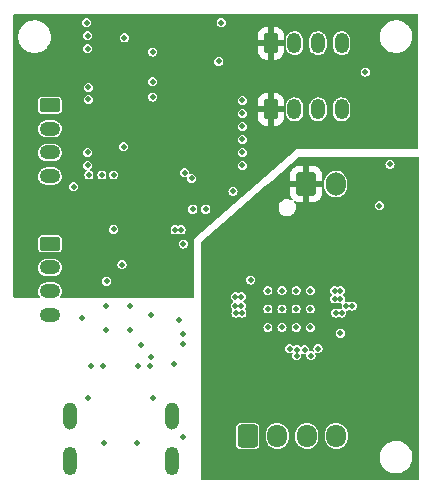
<source format=gbr>
%TF.GenerationSoftware,KiCad,Pcbnew,(6.0.7-1)-1*%
%TF.CreationDate,2022-09-14T15:44:29-04:00*%
%TF.ProjectId,phocuser,70686f63-7573-4657-922e-6b696361645f,rev?*%
%TF.SameCoordinates,Original*%
%TF.FileFunction,Copper,L2,Inr*%
%TF.FilePolarity,Positive*%
%FSLAX46Y46*%
G04 Gerber Fmt 4.6, Leading zero omitted, Abs format (unit mm)*
G04 Created by KiCad (PCBNEW (6.0.7-1)-1) date 2022-09-14 15:44:29*
%MOMM*%
%LPD*%
G01*
G04 APERTURE LIST*
G04 Aperture macros list*
%AMRoundRect*
0 Rectangle with rounded corners*
0 $1 Rounding radius*
0 $2 $3 $4 $5 $6 $7 $8 $9 X,Y pos of 4 corners*
0 Add a 4 corners polygon primitive as box body*
4,1,4,$2,$3,$4,$5,$6,$7,$8,$9,$2,$3,0*
0 Add four circle primitives for the rounded corners*
1,1,$1+$1,$2,$3*
1,1,$1+$1,$4,$5*
1,1,$1+$1,$6,$7*
1,1,$1+$1,$8,$9*
0 Add four rect primitives between the rounded corners*
20,1,$1+$1,$2,$3,$4,$5,0*
20,1,$1+$1,$4,$5,$6,$7,0*
20,1,$1+$1,$6,$7,$8,$9,0*
20,1,$1+$1,$8,$9,$2,$3,0*%
G04 Aperture macros list end*
%TA.AperFunction,ComponentPad*%
%ADD10RoundRect,0.250000X-0.600000X-0.725000X0.600000X-0.725000X0.600000X0.725000X-0.600000X0.725000X0*%
%TD*%
%TA.AperFunction,ComponentPad*%
%ADD11O,1.700000X1.950000*%
%TD*%
%TA.AperFunction,ComponentPad*%
%ADD12C,0.500000*%
%TD*%
%TA.AperFunction,ComponentPad*%
%ADD13RoundRect,0.250000X-0.600000X-0.750000X0.600000X-0.750000X0.600000X0.750000X-0.600000X0.750000X0*%
%TD*%
%TA.AperFunction,ComponentPad*%
%ADD14O,1.700000X2.000000*%
%TD*%
%TA.AperFunction,ComponentPad*%
%ADD15O,1.158000X2.316000*%
%TD*%
%TA.AperFunction,ComponentPad*%
%ADD16O,1.200000X2.400000*%
%TD*%
%TA.AperFunction,ComponentPad*%
%ADD17RoundRect,0.250000X-0.350000X-0.625000X0.350000X-0.625000X0.350000X0.625000X-0.350000X0.625000X0*%
%TD*%
%TA.AperFunction,ComponentPad*%
%ADD18O,1.200000X1.750000*%
%TD*%
%TA.AperFunction,ComponentPad*%
%ADD19RoundRect,0.250000X-0.625000X0.350000X-0.625000X-0.350000X0.625000X-0.350000X0.625000X0.350000X0*%
%TD*%
%TA.AperFunction,ComponentPad*%
%ADD20O,1.750000X1.200000*%
%TD*%
%TA.AperFunction,ViaPad*%
%ADD21C,0.508000*%
%TD*%
G04 APERTURE END LIST*
D10*
%TO.N,Net-(J1-Pad1)*%
%TO.C,J1*%
X185250000Y-101000000D03*
D11*
%TO.N,Net-(J1-Pad2)*%
X187750000Y-101000000D03*
%TO.N,Net-(J1-Pad3)*%
X190250000Y-101000000D03*
%TO.N,Net-(J1-Pad4)*%
X192750000Y-101000000D03*
%TD*%
D12*
%TO.N,GND*%
%TO.C,U2*%
X190550000Y-88700000D03*
X190550000Y-91800000D03*
X186950000Y-90250000D03*
X189350000Y-90250000D03*
X188150000Y-90250000D03*
X189350000Y-91800000D03*
X189350000Y-88700000D03*
X186950000Y-88700000D03*
X186950000Y-91800000D03*
X190550000Y-90250000D03*
X188150000Y-88700000D03*
X188150000Y-91800000D03*
%TD*%
D13*
%TO.N,+12V*%
%TO.C,J3*%
X190200000Y-79675000D03*
D14*
%TO.N,GND*%
X192700000Y-79675000D03*
%TD*%
D15*
%TO.N,GND*%
%TO.C,J4*%
X170180000Y-99275000D03*
X178820000Y-99275000D03*
D16*
X170180000Y-103100000D03*
X178820000Y-103100000D03*
%TD*%
D12*
%TO.N,GND*%
%TO.C,U3*%
X175250000Y-90000000D03*
X173250000Y-92000000D03*
X175250000Y-92000000D03*
X173250000Y-90000000D03*
%TD*%
D17*
%TO.N,VCC*%
%TO.C,J5*%
X187200000Y-67750000D03*
D18*
%TO.N,ACC0_A*%
X189200000Y-67750000D03*
%TO.N,ACC0_B*%
X191200000Y-67750000D03*
%TO.N,GND*%
X193200000Y-67750000D03*
%TD*%
D17*
%TO.N,VCC*%
%TO.C,J6*%
X187200000Y-73350000D03*
D18*
%TO.N,ACC1_A*%
X189200000Y-73350000D03*
%TO.N,ACC1_B*%
X191200000Y-73350000D03*
%TO.N,GND*%
X193200000Y-73350000D03*
%TD*%
D19*
%TO.N,GND*%
%TO.C,J7*%
X168510000Y-84740000D03*
D20*
%TO.N,Net-(J7-Pad2)*%
X168510000Y-86740000D03*
%TO.N,Net-(J7-Pad3)*%
X168510000Y-88740000D03*
%TO.N,Net-(C16-Pad1)*%
X168510000Y-90740000D03*
%TD*%
D19*
%TO.N,ACC2_A*%
%TO.C,J8*%
X168500000Y-73000000D03*
D20*
%TO.N,ACC2_B*%
X168500000Y-75000000D03*
%TO.N,ACC2_C*%
X168500000Y-77000000D03*
%TO.N,GND*%
X168500000Y-79000000D03*
%TD*%
D21*
%TO.N,ACC0_B*%
X171700000Y-67100000D03*
%TO.N,ACC0_A*%
X171700000Y-68200000D03*
%TO.N,/Vmeas*%
X195200000Y-70200000D03*
%TO.N,GND*%
X197300000Y-78000000D03*
%TO.N,+12V*%
X197400000Y-81500000D03*
%TO.N,GND*%
X196400000Y-81500000D03*
X179900000Y-78700000D03*
%TO.N,Net-(U1-Pad16)*%
X180600000Y-81800000D03*
%TO.N,Net-(U1-Pad15)*%
X181700000Y-81800000D03*
%TO.N,GND*%
X172000000Y-95100000D03*
X171200000Y-91000000D03*
X179800000Y-84750001D03*
X177200000Y-71000000D03*
X177100000Y-94300000D03*
X173900000Y-83500000D03*
X177100000Y-90800000D03*
X193100000Y-88700000D03*
X170500000Y-79900000D03*
X177200000Y-68500000D03*
X176000000Y-95100000D03*
X173000000Y-95100000D03*
X174600000Y-86500000D03*
X177200000Y-72300000D03*
X171600000Y-66000000D03*
X188800000Y-93600000D03*
X173100000Y-101600000D03*
X192600000Y-88700000D03*
X177000000Y-95100000D03*
X185500000Y-87800000D03*
X179600000Y-83550001D03*
X179100000Y-83550001D03*
X180500000Y-79200000D03*
X183000000Y-66000000D03*
X179800000Y-101100000D03*
X179000000Y-94900000D03*
X175900000Y-101600000D03*
%TO.N,Net-(C1-Pad1)*%
X190059890Y-93699281D03*
%TO.N,Net-(C2-Pad1)*%
X189425433Y-93706895D03*
X189400000Y-94200000D03*
%TO.N,Net-(C3-Pad2)*%
X191200000Y-93600000D03*
%TO.N,Net-(C3-Pad1)*%
X190600000Y-94200000D03*
%TO.N,Net-(C4-Pad1)*%
X194100000Y-90000000D03*
X193600000Y-90000000D03*
%TO.N,Net-(C5-Pad2)*%
X184697307Y-89967689D03*
X184197307Y-89967689D03*
%TO.N,Net-(C6-Pad2)*%
X193100000Y-92300000D03*
%TO.N,~{MOTOR_EN}*%
X179800000Y-93200000D03*
%TO.N,DIAG1*%
X179800000Y-92400000D03*
%TO.N,DIAG0*%
X179400000Y-91200000D03*
%TO.N,DIR*%
X184000000Y-80300000D03*
%TO.N,STEP*%
X184800000Y-78100000D03*
%TO.N,MISO*%
X184800000Y-77000000D03*
%TO.N,MOSI*%
X184800000Y-75900000D03*
%TO.N,SCLK*%
X184800000Y-74800000D03*
%TO.N,~{CS1}*%
X184800000Y-73700000D03*
%TO.N,TMCCLK*%
X184800000Y-72600000D03*
%TO.N,+12V*%
X192500000Y-86000000D03*
X184500000Y-92250000D03*
X184500000Y-91750000D03*
X193100000Y-91400000D03*
X192600000Y-91400000D03*
%TO.N,VCC*%
X180500000Y-72800000D03*
X182750000Y-79250000D03*
X182750000Y-81650000D03*
X177400000Y-82150001D03*
X179800000Y-77200000D03*
X177400000Y-82750001D03*
%TO.N,~{RESET}*%
X174800000Y-67300000D03*
X174750000Y-76500000D03*
%TO.N,SWDCLK*%
X171750000Y-72500000D03*
%TO.N,SWDIO*%
X171750000Y-71500000D03*
%TO.N,Net-(C11-Pad1)*%
X177250000Y-97750000D03*
X171734322Y-97750000D03*
%TO.N,Net-(C14-Pad2)*%
X173300000Y-87900000D03*
X176187500Y-93312500D03*
%TO.N,THERM0*%
X182800000Y-69300000D03*
%TO.N,TXD*%
X171700000Y-77000000D03*
%TO.N,RXD*%
X171700000Y-78100000D03*
%TO.N,Net-(R17-Pad2)*%
X171800000Y-78900000D03*
%TO.N,Net-(R18-Pad2)*%
X172900000Y-78900000D03*
%TO.N,Net-(R19-Pad2)*%
X173900000Y-78900000D03*
%TO.N,Net-(J1-Pad4)*%
X192700000Y-90600000D03*
X193200000Y-90600000D03*
%TO.N,Net-(J1-Pad3)*%
X193100000Y-89400000D03*
X192600000Y-89400000D03*
%TO.N,Net-(J1-Pad2)*%
X184200000Y-89200000D03*
X184700000Y-89200000D03*
%TO.N,Net-(J1-Pad1)*%
X184250000Y-90600000D03*
X184750000Y-90600000D03*
%TD*%
%TA.AperFunction,Conductor*%
%TO.N,+12V*%
G36*
X199731255Y-77418745D02*
G01*
X199750000Y-77464000D01*
X199750000Y-104686000D01*
X199731255Y-104731255D01*
X199686000Y-104750000D01*
X181314000Y-104750000D01*
X181268745Y-104731255D01*
X181250000Y-104686000D01*
X181250000Y-102734734D01*
X196416047Y-102734734D01*
X196424836Y-102968849D01*
X196472946Y-103198135D01*
X196558999Y-103416038D01*
X196560407Y-103418358D01*
X196629529Y-103532267D01*
X196680537Y-103616326D01*
X196765117Y-103713796D01*
X196832308Y-103791227D01*
X196832312Y-103791231D01*
X196834084Y-103793273D01*
X197015249Y-103941819D01*
X197218853Y-104057718D01*
X197439073Y-104137654D01*
X197441731Y-104138135D01*
X197441736Y-104138136D01*
X197548854Y-104157505D01*
X197669614Y-104179342D01*
X197694169Y-104180500D01*
X197858820Y-104180500D01*
X197952302Y-104172568D01*
X198030745Y-104165912D01*
X198030748Y-104165912D01*
X198033441Y-104165683D01*
X198113213Y-104144979D01*
X198257576Y-104107510D01*
X198257580Y-104107509D01*
X198260206Y-104106827D01*
X198473813Y-104010604D01*
X198668154Y-103879766D01*
X198670114Y-103877896D01*
X198670118Y-103877893D01*
X198760966Y-103791227D01*
X198837671Y-103718054D01*
X198839838Y-103715142D01*
X198975902Y-103532267D01*
X198975905Y-103532263D01*
X198977519Y-103530093D01*
X199083697Y-103321255D01*
X199153171Y-103097514D01*
X199183953Y-102865266D01*
X199175164Y-102631151D01*
X199127054Y-102401865D01*
X199041001Y-102183962D01*
X198977669Y-102079594D01*
X198920870Y-101985992D01*
X198920868Y-101985989D01*
X198919463Y-101983674D01*
X198791539Y-101836255D01*
X198767692Y-101808773D01*
X198767688Y-101808769D01*
X198765916Y-101806727D01*
X198710224Y-101761062D01*
X198620473Y-101687471D01*
X198584751Y-101658181D01*
X198381147Y-101542282D01*
X198160927Y-101462346D01*
X198158269Y-101461865D01*
X198158264Y-101461864D01*
X198051146Y-101442495D01*
X197930386Y-101420658D01*
X197905831Y-101419500D01*
X197741180Y-101419500D01*
X197647698Y-101427432D01*
X197569255Y-101434088D01*
X197569252Y-101434088D01*
X197566559Y-101434317D01*
X197486787Y-101455021D01*
X197342424Y-101492490D01*
X197342420Y-101492491D01*
X197339794Y-101493173D01*
X197126187Y-101589396D01*
X196931846Y-101720234D01*
X196929886Y-101722104D01*
X196929882Y-101722107D01*
X196891494Y-101758728D01*
X196762329Y-101881946D01*
X196760710Y-101884122D01*
X196624098Y-102067733D01*
X196624095Y-102067737D01*
X196622481Y-102069907D01*
X196621254Y-102072321D01*
X196621253Y-102072322D01*
X196604554Y-102105167D01*
X196516303Y-102278745D01*
X196446829Y-102502486D01*
X196416047Y-102734734D01*
X181250000Y-102734734D01*
X181250000Y-101761062D01*
X184269500Y-101761062D01*
X184280509Y-101835852D01*
X184336337Y-101949560D01*
X184340080Y-101953296D01*
X184340081Y-101953298D01*
X184422240Y-102035314D01*
X184425987Y-102039054D01*
X184539793Y-102094683D01*
X184544701Y-102095399D01*
X184544704Y-102095400D01*
X184611653Y-102105167D01*
X184611658Y-102105167D01*
X184613938Y-102105500D01*
X185886062Y-102105500D01*
X185960852Y-102094491D01*
X186074560Y-102038663D01*
X186078296Y-102034920D01*
X186078298Y-102034919D01*
X186160314Y-101952760D01*
X186160315Y-101952758D01*
X186164054Y-101949013D01*
X186219683Y-101835207D01*
X186220399Y-101830299D01*
X186220400Y-101830296D01*
X186230167Y-101763347D01*
X186230167Y-101763342D01*
X186230500Y-101761062D01*
X186230500Y-101174785D01*
X186769500Y-101174785D01*
X186769664Y-101176395D01*
X186769664Y-101176404D01*
X186774657Y-101225558D01*
X186784573Y-101323174D01*
X186785544Y-101326272D01*
X186838197Y-101494287D01*
X186844140Y-101513252D01*
X186940711Y-101687471D01*
X186968792Y-101720234D01*
X187005745Y-101763347D01*
X187070341Y-101838713D01*
X187227734Y-101960800D01*
X187230641Y-101962231D01*
X187230642Y-101962231D01*
X187403557Y-102047316D01*
X187403561Y-102047317D01*
X187406462Y-102048745D01*
X187409600Y-102049562D01*
X187409599Y-102049562D01*
X187584866Y-102095215D01*
X187599224Y-102098955D01*
X187602456Y-102099124D01*
X187602460Y-102099125D01*
X187794899Y-102109210D01*
X187794900Y-102109210D01*
X187798144Y-102109380D01*
X187826002Y-102105167D01*
X187991894Y-102080079D01*
X187991898Y-102080078D01*
X187995098Y-102079594D01*
X188116522Y-102034919D01*
X188178997Y-102011933D01*
X188179000Y-102011931D01*
X188182040Y-102010813D01*
X188351333Y-101905847D01*
X188374307Y-101884122D01*
X188493712Y-101771205D01*
X188496062Y-101768983D01*
X188500009Y-101763347D01*
X188608454Y-101608471D01*
X188608456Y-101608468D01*
X188610314Y-101605814D01*
X188617901Y-101588283D01*
X188688137Y-101425977D01*
X188689424Y-101423003D01*
X188730158Y-101228019D01*
X188730500Y-101221493D01*
X188730500Y-101174785D01*
X189269500Y-101174785D01*
X189269664Y-101176395D01*
X189269664Y-101176404D01*
X189274657Y-101225558D01*
X189284573Y-101323174D01*
X189285544Y-101326272D01*
X189338197Y-101494287D01*
X189344140Y-101513252D01*
X189440711Y-101687471D01*
X189468792Y-101720234D01*
X189505745Y-101763347D01*
X189570341Y-101838713D01*
X189727734Y-101960800D01*
X189730641Y-101962231D01*
X189730642Y-101962231D01*
X189903557Y-102047316D01*
X189903561Y-102047317D01*
X189906462Y-102048745D01*
X189909600Y-102049562D01*
X189909599Y-102049562D01*
X190084866Y-102095215D01*
X190099224Y-102098955D01*
X190102456Y-102099124D01*
X190102460Y-102099125D01*
X190294899Y-102109210D01*
X190294900Y-102109210D01*
X190298144Y-102109380D01*
X190326002Y-102105167D01*
X190491894Y-102080079D01*
X190491898Y-102080078D01*
X190495098Y-102079594D01*
X190616522Y-102034919D01*
X190678997Y-102011933D01*
X190679000Y-102011931D01*
X190682040Y-102010813D01*
X190851333Y-101905847D01*
X190874307Y-101884122D01*
X190993712Y-101771205D01*
X190996062Y-101768983D01*
X191000009Y-101763347D01*
X191108454Y-101608471D01*
X191108456Y-101608468D01*
X191110314Y-101605814D01*
X191117901Y-101588283D01*
X191188137Y-101425977D01*
X191189424Y-101423003D01*
X191230158Y-101228019D01*
X191230500Y-101221493D01*
X191230500Y-101174785D01*
X191769500Y-101174785D01*
X191769664Y-101176395D01*
X191769664Y-101176404D01*
X191774657Y-101225558D01*
X191784573Y-101323174D01*
X191785544Y-101326272D01*
X191838197Y-101494287D01*
X191844140Y-101513252D01*
X191940711Y-101687471D01*
X191968792Y-101720234D01*
X192005745Y-101763347D01*
X192070341Y-101838713D01*
X192227734Y-101960800D01*
X192230641Y-101962231D01*
X192230642Y-101962231D01*
X192403557Y-102047316D01*
X192403561Y-102047317D01*
X192406462Y-102048745D01*
X192409600Y-102049562D01*
X192409599Y-102049562D01*
X192584866Y-102095215D01*
X192599224Y-102098955D01*
X192602456Y-102099124D01*
X192602460Y-102099125D01*
X192794899Y-102109210D01*
X192794900Y-102109210D01*
X192798144Y-102109380D01*
X192826002Y-102105167D01*
X192991894Y-102080079D01*
X192991898Y-102080078D01*
X192995098Y-102079594D01*
X193116522Y-102034919D01*
X193178997Y-102011933D01*
X193179000Y-102011931D01*
X193182040Y-102010813D01*
X193351333Y-101905847D01*
X193374307Y-101884122D01*
X193493712Y-101771205D01*
X193496062Y-101768983D01*
X193500009Y-101763347D01*
X193608454Y-101608471D01*
X193608456Y-101608468D01*
X193610314Y-101605814D01*
X193617901Y-101588283D01*
X193688137Y-101425977D01*
X193689424Y-101423003D01*
X193730158Y-101228019D01*
X193730500Y-101221493D01*
X193730500Y-100825215D01*
X193725842Y-100779351D01*
X193715755Y-100680056D01*
X193715427Y-100676826D01*
X193685136Y-100580166D01*
X193656831Y-100489845D01*
X193656829Y-100489841D01*
X193655860Y-100486748D01*
X193559289Y-100312529D01*
X193496214Y-100238938D01*
X193431766Y-100163745D01*
X193431765Y-100163744D01*
X193429659Y-100161287D01*
X193272266Y-100039200D01*
X193269358Y-100037769D01*
X193096443Y-99952684D01*
X193096439Y-99952683D01*
X193093538Y-99951255D01*
X192917177Y-99905317D01*
X192903913Y-99901862D01*
X192903912Y-99901862D01*
X192900776Y-99901045D01*
X192897544Y-99900876D01*
X192897540Y-99900875D01*
X192705101Y-99890790D01*
X192705100Y-99890790D01*
X192701856Y-99890620D01*
X192698643Y-99891106D01*
X192698642Y-99891106D01*
X192508106Y-99919921D01*
X192508102Y-99919922D01*
X192504902Y-99920406D01*
X192421057Y-99951255D01*
X192321003Y-99988067D01*
X192321000Y-99988069D01*
X192317960Y-99989187D01*
X192148667Y-100094153D01*
X192003938Y-100231017D01*
X192002084Y-100233664D01*
X192002082Y-100233667D01*
X191891546Y-100391529D01*
X191889686Y-100394186D01*
X191888398Y-100397162D01*
X191888397Y-100397164D01*
X191848290Y-100489845D01*
X191810576Y-100576997D01*
X191769842Y-100771981D01*
X191769500Y-100778507D01*
X191769500Y-101174785D01*
X191230500Y-101174785D01*
X191230500Y-100825215D01*
X191225842Y-100779351D01*
X191215755Y-100680056D01*
X191215427Y-100676826D01*
X191185136Y-100580166D01*
X191156831Y-100489845D01*
X191156829Y-100489841D01*
X191155860Y-100486748D01*
X191059289Y-100312529D01*
X190996214Y-100238938D01*
X190931766Y-100163745D01*
X190931765Y-100163744D01*
X190929659Y-100161287D01*
X190772266Y-100039200D01*
X190769358Y-100037769D01*
X190596443Y-99952684D01*
X190596439Y-99952683D01*
X190593538Y-99951255D01*
X190417177Y-99905317D01*
X190403913Y-99901862D01*
X190403912Y-99901862D01*
X190400776Y-99901045D01*
X190397544Y-99900876D01*
X190397540Y-99900875D01*
X190205101Y-99890790D01*
X190205100Y-99890790D01*
X190201856Y-99890620D01*
X190198643Y-99891106D01*
X190198642Y-99891106D01*
X190008106Y-99919921D01*
X190008102Y-99919922D01*
X190004902Y-99920406D01*
X189921057Y-99951255D01*
X189821003Y-99988067D01*
X189821000Y-99988069D01*
X189817960Y-99989187D01*
X189648667Y-100094153D01*
X189503938Y-100231017D01*
X189502084Y-100233664D01*
X189502082Y-100233667D01*
X189391546Y-100391529D01*
X189389686Y-100394186D01*
X189388398Y-100397162D01*
X189388397Y-100397164D01*
X189348290Y-100489845D01*
X189310576Y-100576997D01*
X189269842Y-100771981D01*
X189269500Y-100778507D01*
X189269500Y-101174785D01*
X188730500Y-101174785D01*
X188730500Y-100825215D01*
X188725842Y-100779351D01*
X188715755Y-100680056D01*
X188715427Y-100676826D01*
X188685136Y-100580166D01*
X188656831Y-100489845D01*
X188656829Y-100489841D01*
X188655860Y-100486748D01*
X188559289Y-100312529D01*
X188496214Y-100238938D01*
X188431766Y-100163745D01*
X188431765Y-100163744D01*
X188429659Y-100161287D01*
X188272266Y-100039200D01*
X188269358Y-100037769D01*
X188096443Y-99952684D01*
X188096439Y-99952683D01*
X188093538Y-99951255D01*
X187917177Y-99905317D01*
X187903913Y-99901862D01*
X187903912Y-99901862D01*
X187900776Y-99901045D01*
X187897544Y-99900876D01*
X187897540Y-99900875D01*
X187705101Y-99890790D01*
X187705100Y-99890790D01*
X187701856Y-99890620D01*
X187698643Y-99891106D01*
X187698642Y-99891106D01*
X187508106Y-99919921D01*
X187508102Y-99919922D01*
X187504902Y-99920406D01*
X187421057Y-99951255D01*
X187321003Y-99988067D01*
X187321000Y-99988069D01*
X187317960Y-99989187D01*
X187148667Y-100094153D01*
X187003938Y-100231017D01*
X187002084Y-100233664D01*
X187002082Y-100233667D01*
X186891546Y-100391529D01*
X186889686Y-100394186D01*
X186888398Y-100397162D01*
X186888397Y-100397164D01*
X186848290Y-100489845D01*
X186810576Y-100576997D01*
X186769842Y-100771981D01*
X186769500Y-100778507D01*
X186769500Y-101174785D01*
X186230500Y-101174785D01*
X186230500Y-100238938D01*
X186219491Y-100164148D01*
X186163663Y-100050440D01*
X186159920Y-100046704D01*
X186159919Y-100046702D01*
X186077760Y-99964686D01*
X186077758Y-99964685D01*
X186074013Y-99960946D01*
X185960207Y-99905317D01*
X185955299Y-99904601D01*
X185955296Y-99904600D01*
X185888347Y-99894833D01*
X185888342Y-99894833D01*
X185886062Y-99894500D01*
X184613938Y-99894500D01*
X184539148Y-99905509D01*
X184425440Y-99961337D01*
X184421704Y-99965080D01*
X184421702Y-99965081D01*
X184339686Y-100047240D01*
X184335946Y-100050987D01*
X184280317Y-100164793D01*
X184279601Y-100169701D01*
X184279600Y-100169704D01*
X184269833Y-100236653D01*
X184269500Y-100238938D01*
X184269500Y-101761062D01*
X181250000Y-101761062D01*
X181250000Y-93600000D01*
X188410707Y-93600000D01*
X188429760Y-93720298D01*
X188485055Y-93828821D01*
X188571179Y-93914945D01*
X188679702Y-93970240D01*
X188800000Y-93989293D01*
X188920298Y-93970240D01*
X188967972Y-93945949D01*
X189016804Y-93942105D01*
X189054051Y-93973918D01*
X189057895Y-94022750D01*
X189054051Y-94032028D01*
X189029760Y-94079702D01*
X189010707Y-94200000D01*
X189029760Y-94320298D01*
X189085055Y-94428821D01*
X189171179Y-94514945D01*
X189279702Y-94570240D01*
X189400000Y-94589293D01*
X189520298Y-94570240D01*
X189628821Y-94514945D01*
X189714945Y-94428821D01*
X189770240Y-94320298D01*
X189789293Y-94200000D01*
X189773268Y-94098822D01*
X189784703Y-94051193D01*
X189826468Y-94025599D01*
X189865534Y-94031787D01*
X189939592Y-94069521D01*
X190059890Y-94088574D01*
X190064865Y-94087786D01*
X190064867Y-94087786D01*
X190145687Y-94074986D01*
X190193317Y-94086421D01*
X190218910Y-94128187D01*
X190218910Y-94148207D01*
X190210707Y-94200000D01*
X190229760Y-94320298D01*
X190285055Y-94428821D01*
X190371179Y-94514945D01*
X190479702Y-94570240D01*
X190600000Y-94589293D01*
X190720298Y-94570240D01*
X190828821Y-94514945D01*
X190914945Y-94428821D01*
X190970240Y-94320298D01*
X190989293Y-94200000D01*
X190970240Y-94079702D01*
X190945949Y-94032028D01*
X190942105Y-93983196D01*
X190973918Y-93945949D01*
X191022750Y-93942105D01*
X191032028Y-93945949D01*
X191079702Y-93970240D01*
X191200000Y-93989293D01*
X191320298Y-93970240D01*
X191428821Y-93914945D01*
X191514945Y-93828821D01*
X191570240Y-93720298D01*
X191589293Y-93600000D01*
X191570240Y-93479702D01*
X191514945Y-93371179D01*
X191428821Y-93285055D01*
X191320298Y-93229760D01*
X191200000Y-93210707D01*
X191079702Y-93229760D01*
X190971179Y-93285055D01*
X190885055Y-93371179D01*
X190829760Y-93479702D01*
X190810707Y-93600000D01*
X190829760Y-93720298D01*
X190832048Y-93724788D01*
X190854051Y-93767972D01*
X190857895Y-93816804D01*
X190826082Y-93854051D01*
X190777250Y-93857895D01*
X190767972Y-93854051D01*
X190765421Y-93852751D01*
X190720298Y-93829760D01*
X190600000Y-93810707D01*
X190595025Y-93811495D01*
X190595023Y-93811495D01*
X190514203Y-93824295D01*
X190466573Y-93812860D01*
X190440980Y-93771094D01*
X190440980Y-93751071D01*
X190448395Y-93704256D01*
X190449183Y-93699281D01*
X190430130Y-93578983D01*
X190374835Y-93470460D01*
X190288711Y-93384336D01*
X190180188Y-93329041D01*
X190059890Y-93309988D01*
X189939592Y-93329041D01*
X189831069Y-93384336D01*
X189827507Y-93387898D01*
X189827503Y-93387901D01*
X189784110Y-93431295D01*
X189738856Y-93450041D01*
X189693600Y-93431296D01*
X189654254Y-93391950D01*
X189545731Y-93336655D01*
X189425433Y-93317602D01*
X189305135Y-93336655D01*
X189196612Y-93391950D01*
X189195279Y-93389334D01*
X189157033Y-93398531D01*
X189116107Y-93373460D01*
X189114945Y-93371179D01*
X189028821Y-93285055D01*
X188920298Y-93229760D01*
X188800000Y-93210707D01*
X188679702Y-93229760D01*
X188571179Y-93285055D01*
X188485055Y-93371179D01*
X188429760Y-93479702D01*
X188410707Y-93600000D01*
X181250000Y-93600000D01*
X181250000Y-92300000D01*
X192710707Y-92300000D01*
X192729760Y-92420298D01*
X192785055Y-92528821D01*
X192871179Y-92614945D01*
X192979702Y-92670240D01*
X193100000Y-92689293D01*
X193220298Y-92670240D01*
X193328821Y-92614945D01*
X193414945Y-92528821D01*
X193470240Y-92420298D01*
X193489293Y-92300000D01*
X193470240Y-92179702D01*
X193414945Y-92071179D01*
X193328821Y-91985055D01*
X193220298Y-91929760D01*
X193100000Y-91910707D01*
X192979702Y-91929760D01*
X192871179Y-91985055D01*
X192785055Y-92071179D01*
X192729760Y-92179702D01*
X192710707Y-92300000D01*
X181250000Y-92300000D01*
X181250000Y-91800000D01*
X186564757Y-91800000D01*
X186583612Y-91919047D01*
X186585898Y-91923533D01*
X186585898Y-91923534D01*
X186590236Y-91932048D01*
X186638332Y-92026440D01*
X186723560Y-92111668D01*
X186728045Y-92113953D01*
X186728046Y-92113954D01*
X186826466Y-92164102D01*
X186826467Y-92164102D01*
X186830953Y-92166388D01*
X186835924Y-92167175D01*
X186835926Y-92167176D01*
X186945025Y-92184455D01*
X186950000Y-92185243D01*
X186954975Y-92184455D01*
X187064074Y-92167176D01*
X187064076Y-92167175D01*
X187069047Y-92166388D01*
X187073533Y-92164102D01*
X187073534Y-92164102D01*
X187171954Y-92113954D01*
X187171955Y-92113953D01*
X187176440Y-92111668D01*
X187261668Y-92026440D01*
X187309764Y-91932048D01*
X187314102Y-91923534D01*
X187314102Y-91923533D01*
X187316388Y-91919047D01*
X187335243Y-91800000D01*
X187764757Y-91800000D01*
X187783612Y-91919047D01*
X187785898Y-91923533D01*
X187785898Y-91923534D01*
X187790236Y-91932048D01*
X187838332Y-92026440D01*
X187923560Y-92111668D01*
X187928045Y-92113953D01*
X187928046Y-92113954D01*
X188026466Y-92164102D01*
X188026467Y-92164102D01*
X188030953Y-92166388D01*
X188035924Y-92167175D01*
X188035926Y-92167176D01*
X188145025Y-92184455D01*
X188150000Y-92185243D01*
X188154975Y-92184455D01*
X188264074Y-92167176D01*
X188264076Y-92167175D01*
X188269047Y-92166388D01*
X188273533Y-92164102D01*
X188273534Y-92164102D01*
X188371954Y-92113954D01*
X188371955Y-92113953D01*
X188376440Y-92111668D01*
X188461668Y-92026440D01*
X188509764Y-91932048D01*
X188514102Y-91923534D01*
X188514102Y-91923533D01*
X188516388Y-91919047D01*
X188535243Y-91800000D01*
X188964757Y-91800000D01*
X188983612Y-91919047D01*
X188985898Y-91923533D01*
X188985898Y-91923534D01*
X188990236Y-91932048D01*
X189038332Y-92026440D01*
X189123560Y-92111668D01*
X189128045Y-92113953D01*
X189128046Y-92113954D01*
X189226466Y-92164102D01*
X189226467Y-92164102D01*
X189230953Y-92166388D01*
X189235924Y-92167175D01*
X189235926Y-92167176D01*
X189345025Y-92184455D01*
X189350000Y-92185243D01*
X189354975Y-92184455D01*
X189464074Y-92167176D01*
X189464076Y-92167175D01*
X189469047Y-92166388D01*
X189473533Y-92164102D01*
X189473534Y-92164102D01*
X189571954Y-92113954D01*
X189571955Y-92113953D01*
X189576440Y-92111668D01*
X189661668Y-92026440D01*
X189709764Y-91932048D01*
X189714102Y-91923534D01*
X189714102Y-91923533D01*
X189716388Y-91919047D01*
X189735243Y-91800000D01*
X190164757Y-91800000D01*
X190183612Y-91919047D01*
X190185898Y-91923533D01*
X190185898Y-91923534D01*
X190190236Y-91932048D01*
X190238332Y-92026440D01*
X190323560Y-92111668D01*
X190328045Y-92113953D01*
X190328046Y-92113954D01*
X190426466Y-92164102D01*
X190426467Y-92164102D01*
X190430953Y-92166388D01*
X190435924Y-92167175D01*
X190435926Y-92167176D01*
X190545025Y-92184455D01*
X190550000Y-92185243D01*
X190554975Y-92184455D01*
X190664074Y-92167176D01*
X190664076Y-92167175D01*
X190669047Y-92166388D01*
X190673533Y-92164102D01*
X190673534Y-92164102D01*
X190771954Y-92113954D01*
X190771955Y-92113953D01*
X190776440Y-92111668D01*
X190861668Y-92026440D01*
X190909764Y-91932048D01*
X190914102Y-91923534D01*
X190914102Y-91923533D01*
X190916388Y-91919047D01*
X190935243Y-91800000D01*
X190916388Y-91680953D01*
X190861668Y-91573560D01*
X190776440Y-91488332D01*
X190771954Y-91486046D01*
X190673534Y-91435898D01*
X190673533Y-91435898D01*
X190669047Y-91433612D01*
X190664076Y-91432825D01*
X190664074Y-91432824D01*
X190554975Y-91415545D01*
X190550000Y-91414757D01*
X190545025Y-91415545D01*
X190435926Y-91432824D01*
X190435924Y-91432825D01*
X190430953Y-91433612D01*
X190426467Y-91435898D01*
X190426466Y-91435898D01*
X190328046Y-91486046D01*
X190323560Y-91488332D01*
X190238332Y-91573560D01*
X190183612Y-91680953D01*
X190164757Y-91800000D01*
X189735243Y-91800000D01*
X189716388Y-91680953D01*
X189661668Y-91573560D01*
X189576440Y-91488332D01*
X189571954Y-91486046D01*
X189473534Y-91435898D01*
X189473533Y-91435898D01*
X189469047Y-91433612D01*
X189464076Y-91432825D01*
X189464074Y-91432824D01*
X189354975Y-91415545D01*
X189350000Y-91414757D01*
X189345025Y-91415545D01*
X189235926Y-91432824D01*
X189235924Y-91432825D01*
X189230953Y-91433612D01*
X189226467Y-91435898D01*
X189226466Y-91435898D01*
X189128046Y-91486046D01*
X189123560Y-91488332D01*
X189038332Y-91573560D01*
X188983612Y-91680953D01*
X188964757Y-91800000D01*
X188535243Y-91800000D01*
X188516388Y-91680953D01*
X188461668Y-91573560D01*
X188376440Y-91488332D01*
X188371954Y-91486046D01*
X188273534Y-91435898D01*
X188273533Y-91435898D01*
X188269047Y-91433612D01*
X188264076Y-91432825D01*
X188264074Y-91432824D01*
X188154975Y-91415545D01*
X188150000Y-91414757D01*
X188145025Y-91415545D01*
X188035926Y-91432824D01*
X188035924Y-91432825D01*
X188030953Y-91433612D01*
X188026467Y-91435898D01*
X188026466Y-91435898D01*
X187928046Y-91486046D01*
X187923560Y-91488332D01*
X187838332Y-91573560D01*
X187783612Y-91680953D01*
X187764757Y-91800000D01*
X187335243Y-91800000D01*
X187316388Y-91680953D01*
X187261668Y-91573560D01*
X187176440Y-91488332D01*
X187171954Y-91486046D01*
X187073534Y-91435898D01*
X187073533Y-91435898D01*
X187069047Y-91433612D01*
X187064076Y-91432825D01*
X187064074Y-91432824D01*
X186954975Y-91415545D01*
X186950000Y-91414757D01*
X186945025Y-91415545D01*
X186835926Y-91432824D01*
X186835924Y-91432825D01*
X186830953Y-91433612D01*
X186826467Y-91435898D01*
X186826466Y-91435898D01*
X186728046Y-91486046D01*
X186723560Y-91488332D01*
X186638332Y-91573560D01*
X186583612Y-91680953D01*
X186564757Y-91800000D01*
X181250000Y-91800000D01*
X181250000Y-89967689D01*
X183808014Y-89967689D01*
X183827067Y-90087987D01*
X183882362Y-90196510D01*
X183950788Y-90264936D01*
X183969533Y-90310191D01*
X183950788Y-90355446D01*
X183935055Y-90371179D01*
X183879760Y-90479702D01*
X183860707Y-90600000D01*
X183879760Y-90720298D01*
X183935055Y-90828821D01*
X184021179Y-90914945D01*
X184129702Y-90970240D01*
X184250000Y-90989293D01*
X184370298Y-90970240D01*
X184470945Y-90918958D01*
X184519777Y-90915114D01*
X184529055Y-90918958D01*
X184629702Y-90970240D01*
X184750000Y-90989293D01*
X184870298Y-90970240D01*
X184978821Y-90914945D01*
X185064945Y-90828821D01*
X185120240Y-90720298D01*
X185139293Y-90600000D01*
X185120240Y-90479702D01*
X185064945Y-90371179D01*
X184996519Y-90302753D01*
X184977774Y-90257498D01*
X184980880Y-90250000D01*
X186564757Y-90250000D01*
X186565545Y-90254975D01*
X186575406Y-90317233D01*
X186583612Y-90369047D01*
X186585898Y-90373533D01*
X186585898Y-90373534D01*
X186636046Y-90471954D01*
X186638332Y-90476440D01*
X186723560Y-90561668D01*
X186728045Y-90563953D01*
X186728046Y-90563954D01*
X186826466Y-90614102D01*
X186826467Y-90614102D01*
X186830953Y-90616388D01*
X186835924Y-90617175D01*
X186835926Y-90617176D01*
X186945025Y-90634455D01*
X186950000Y-90635243D01*
X186954975Y-90634455D01*
X187064074Y-90617176D01*
X187064076Y-90617175D01*
X187069047Y-90616388D01*
X187073533Y-90614102D01*
X187073534Y-90614102D01*
X187171954Y-90563954D01*
X187171955Y-90563953D01*
X187176440Y-90561668D01*
X187261668Y-90476440D01*
X187263954Y-90471954D01*
X187314102Y-90373534D01*
X187314102Y-90373533D01*
X187316388Y-90369047D01*
X187324595Y-90317233D01*
X187334455Y-90254975D01*
X187335243Y-90250000D01*
X187764757Y-90250000D01*
X187765545Y-90254975D01*
X187775406Y-90317233D01*
X187783612Y-90369047D01*
X187785898Y-90373533D01*
X187785898Y-90373534D01*
X187836046Y-90471954D01*
X187838332Y-90476440D01*
X187923560Y-90561668D01*
X187928045Y-90563953D01*
X187928046Y-90563954D01*
X188026466Y-90614102D01*
X188026467Y-90614102D01*
X188030953Y-90616388D01*
X188035924Y-90617175D01*
X188035926Y-90617176D01*
X188145025Y-90634455D01*
X188150000Y-90635243D01*
X188154975Y-90634455D01*
X188264074Y-90617176D01*
X188264076Y-90617175D01*
X188269047Y-90616388D01*
X188273533Y-90614102D01*
X188273534Y-90614102D01*
X188371954Y-90563954D01*
X188371955Y-90563953D01*
X188376440Y-90561668D01*
X188461668Y-90476440D01*
X188463954Y-90471954D01*
X188514102Y-90373534D01*
X188514102Y-90373533D01*
X188516388Y-90369047D01*
X188524595Y-90317233D01*
X188534455Y-90254975D01*
X188535243Y-90250000D01*
X188964757Y-90250000D01*
X188965545Y-90254975D01*
X188975406Y-90317233D01*
X188983612Y-90369047D01*
X188985898Y-90373533D01*
X188985898Y-90373534D01*
X189036046Y-90471954D01*
X189038332Y-90476440D01*
X189123560Y-90561668D01*
X189128045Y-90563953D01*
X189128046Y-90563954D01*
X189226466Y-90614102D01*
X189226467Y-90614102D01*
X189230953Y-90616388D01*
X189235924Y-90617175D01*
X189235926Y-90617176D01*
X189345025Y-90634455D01*
X189350000Y-90635243D01*
X189354975Y-90634455D01*
X189464074Y-90617176D01*
X189464076Y-90617175D01*
X189469047Y-90616388D01*
X189473533Y-90614102D01*
X189473534Y-90614102D01*
X189571954Y-90563954D01*
X189571955Y-90563953D01*
X189576440Y-90561668D01*
X189661668Y-90476440D01*
X189663954Y-90471954D01*
X189714102Y-90373534D01*
X189714102Y-90373533D01*
X189716388Y-90369047D01*
X189724595Y-90317233D01*
X189734455Y-90254975D01*
X189735243Y-90250000D01*
X190164757Y-90250000D01*
X190165545Y-90254975D01*
X190175406Y-90317233D01*
X190183612Y-90369047D01*
X190185898Y-90373533D01*
X190185898Y-90373534D01*
X190236046Y-90471954D01*
X190238332Y-90476440D01*
X190323560Y-90561668D01*
X190328045Y-90563953D01*
X190328046Y-90563954D01*
X190426466Y-90614102D01*
X190426467Y-90614102D01*
X190430953Y-90616388D01*
X190435924Y-90617175D01*
X190435926Y-90617176D01*
X190545025Y-90634455D01*
X190550000Y-90635243D01*
X190554975Y-90634455D01*
X190664074Y-90617176D01*
X190664076Y-90617175D01*
X190669047Y-90616388D01*
X190673533Y-90614102D01*
X190673534Y-90614102D01*
X190771954Y-90563954D01*
X190771955Y-90563953D01*
X190776440Y-90561668D01*
X190861668Y-90476440D01*
X190863954Y-90471954D01*
X190914102Y-90373534D01*
X190914102Y-90373533D01*
X190916388Y-90369047D01*
X190924595Y-90317233D01*
X190934455Y-90254975D01*
X190935243Y-90250000D01*
X190929263Y-90212243D01*
X190917176Y-90135926D01*
X190917175Y-90135924D01*
X190916388Y-90130953D01*
X190896784Y-90092477D01*
X190863954Y-90028046D01*
X190863953Y-90028045D01*
X190861668Y-90023560D01*
X190776440Y-89938332D01*
X190771954Y-89936046D01*
X190673534Y-89885898D01*
X190673533Y-89885898D01*
X190669047Y-89883612D01*
X190664076Y-89882825D01*
X190664074Y-89882824D01*
X190554975Y-89865545D01*
X190550000Y-89864757D01*
X190545025Y-89865545D01*
X190435926Y-89882824D01*
X190435924Y-89882825D01*
X190430953Y-89883612D01*
X190426467Y-89885898D01*
X190426466Y-89885898D01*
X190328046Y-89936046D01*
X190323560Y-89938332D01*
X190238332Y-90023560D01*
X190236047Y-90028045D01*
X190236046Y-90028046D01*
X190203217Y-90092477D01*
X190183612Y-90130953D01*
X190182825Y-90135924D01*
X190182824Y-90135926D01*
X190170737Y-90212243D01*
X190164757Y-90250000D01*
X189735243Y-90250000D01*
X189729263Y-90212243D01*
X189717176Y-90135926D01*
X189717175Y-90135924D01*
X189716388Y-90130953D01*
X189696784Y-90092477D01*
X189663954Y-90028046D01*
X189663953Y-90028045D01*
X189661668Y-90023560D01*
X189576440Y-89938332D01*
X189571954Y-89936046D01*
X189473534Y-89885898D01*
X189473533Y-89885898D01*
X189469047Y-89883612D01*
X189464076Y-89882825D01*
X189464074Y-89882824D01*
X189354975Y-89865545D01*
X189350000Y-89864757D01*
X189345025Y-89865545D01*
X189235926Y-89882824D01*
X189235924Y-89882825D01*
X189230953Y-89883612D01*
X189226467Y-89885898D01*
X189226466Y-89885898D01*
X189128046Y-89936046D01*
X189123560Y-89938332D01*
X189038332Y-90023560D01*
X189036047Y-90028045D01*
X189036046Y-90028046D01*
X189003217Y-90092477D01*
X188983612Y-90130953D01*
X188982825Y-90135924D01*
X188982824Y-90135926D01*
X188970737Y-90212243D01*
X188964757Y-90250000D01*
X188535243Y-90250000D01*
X188529263Y-90212243D01*
X188517176Y-90135926D01*
X188517175Y-90135924D01*
X188516388Y-90130953D01*
X188496784Y-90092477D01*
X188463954Y-90028046D01*
X188463953Y-90028045D01*
X188461668Y-90023560D01*
X188376440Y-89938332D01*
X188371954Y-89936046D01*
X188273534Y-89885898D01*
X188273533Y-89885898D01*
X188269047Y-89883612D01*
X188264076Y-89882825D01*
X188264074Y-89882824D01*
X188154975Y-89865545D01*
X188150000Y-89864757D01*
X188145025Y-89865545D01*
X188035926Y-89882824D01*
X188035924Y-89882825D01*
X188030953Y-89883612D01*
X188026467Y-89885898D01*
X188026466Y-89885898D01*
X187928046Y-89936046D01*
X187923560Y-89938332D01*
X187838332Y-90023560D01*
X187836047Y-90028045D01*
X187836046Y-90028046D01*
X187803217Y-90092477D01*
X187783612Y-90130953D01*
X187782825Y-90135924D01*
X187782824Y-90135926D01*
X187770737Y-90212243D01*
X187764757Y-90250000D01*
X187335243Y-90250000D01*
X187329263Y-90212243D01*
X187317176Y-90135926D01*
X187317175Y-90135924D01*
X187316388Y-90130953D01*
X187296784Y-90092477D01*
X187263954Y-90028046D01*
X187263953Y-90028045D01*
X187261668Y-90023560D01*
X187176440Y-89938332D01*
X187171954Y-89936046D01*
X187073534Y-89885898D01*
X187073533Y-89885898D01*
X187069047Y-89883612D01*
X187064076Y-89882825D01*
X187064074Y-89882824D01*
X186954975Y-89865545D01*
X186950000Y-89864757D01*
X186945025Y-89865545D01*
X186835926Y-89882824D01*
X186835924Y-89882825D01*
X186830953Y-89883612D01*
X186826467Y-89885898D01*
X186826466Y-89885898D01*
X186728046Y-89936046D01*
X186723560Y-89938332D01*
X186638332Y-90023560D01*
X186636047Y-90028045D01*
X186636046Y-90028046D01*
X186603217Y-90092477D01*
X186583612Y-90130953D01*
X186582825Y-90135924D01*
X186582824Y-90135926D01*
X186570737Y-90212243D01*
X186564757Y-90250000D01*
X184980880Y-90250000D01*
X184996519Y-90212243D01*
X185012252Y-90196510D01*
X185067547Y-90087987D01*
X185086600Y-89967689D01*
X185067547Y-89847391D01*
X185012252Y-89738868D01*
X184926128Y-89652744D01*
X184904166Y-89641554D01*
X184872355Y-89604310D01*
X184876197Y-89555477D01*
X184904165Y-89527508D01*
X184928821Y-89514945D01*
X185014945Y-89428821D01*
X185029630Y-89400000D01*
X192210707Y-89400000D01*
X192229760Y-89520298D01*
X192285055Y-89628821D01*
X192371179Y-89714945D01*
X192479702Y-89770240D01*
X192600000Y-89789293D01*
X192720298Y-89770240D01*
X192820945Y-89718958D01*
X192869777Y-89715114D01*
X192879055Y-89718958D01*
X192979702Y-89770240D01*
X193100000Y-89789293D01*
X193104975Y-89788505D01*
X193104976Y-89788505D01*
X193167201Y-89778650D01*
X193214831Y-89790085D01*
X193240424Y-89831851D01*
X193234237Y-89870915D01*
X193229760Y-89879702D01*
X193210707Y-90000000D01*
X193229760Y-90120298D01*
X193232048Y-90124788D01*
X193233603Y-90129574D01*
X193230911Y-90130449D01*
X193234012Y-90169951D01*
X193202192Y-90207192D01*
X193183160Y-90213374D01*
X193126129Y-90222407D01*
X193079702Y-90229760D01*
X193049743Y-90245025D01*
X192979055Y-90281042D01*
X192930223Y-90284886D01*
X192920945Y-90281042D01*
X192850257Y-90245025D01*
X192820298Y-90229760D01*
X192700000Y-90210707D01*
X192579702Y-90229760D01*
X192471179Y-90285055D01*
X192385055Y-90371179D01*
X192329760Y-90479702D01*
X192310707Y-90600000D01*
X192329760Y-90720298D01*
X192385055Y-90828821D01*
X192471179Y-90914945D01*
X192579702Y-90970240D01*
X192700000Y-90989293D01*
X192820298Y-90970240D01*
X192920945Y-90918958D01*
X192969777Y-90915114D01*
X192979055Y-90918958D01*
X193079702Y-90970240D01*
X193200000Y-90989293D01*
X193320298Y-90970240D01*
X193428821Y-90914945D01*
X193514945Y-90828821D01*
X193570240Y-90720298D01*
X193589293Y-90600000D01*
X193570240Y-90479702D01*
X193567952Y-90475212D01*
X193566397Y-90470426D01*
X193569089Y-90469551D01*
X193565988Y-90430049D01*
X193597808Y-90392808D01*
X193616840Y-90386626D01*
X193714369Y-90371179D01*
X193720298Y-90370240D01*
X193820945Y-90318958D01*
X193869777Y-90315114D01*
X193879055Y-90318958D01*
X193979702Y-90370240D01*
X194100000Y-90389293D01*
X194220298Y-90370240D01*
X194328821Y-90314945D01*
X194414945Y-90228821D01*
X194470240Y-90120298D01*
X194489293Y-90000000D01*
X194470240Y-89879702D01*
X194414945Y-89771179D01*
X194328821Y-89685055D01*
X194220298Y-89629760D01*
X194100000Y-89610707D01*
X193979702Y-89629760D01*
X193893027Y-89673923D01*
X193879055Y-89681042D01*
X193830223Y-89684886D01*
X193820945Y-89681042D01*
X193806973Y-89673923D01*
X193720298Y-89629760D01*
X193600000Y-89610707D01*
X193595025Y-89611495D01*
X193595024Y-89611495D01*
X193532799Y-89621350D01*
X193485169Y-89609915D01*
X193459576Y-89568149D01*
X193465763Y-89529084D01*
X193467953Y-89524786D01*
X193470240Y-89520298D01*
X193489293Y-89400000D01*
X193470240Y-89279702D01*
X193414945Y-89171179D01*
X193339021Y-89095255D01*
X193320276Y-89050000D01*
X193339021Y-89004745D01*
X193414945Y-88928821D01*
X193470240Y-88820298D01*
X193489293Y-88700000D01*
X193470240Y-88579702D01*
X193414945Y-88471179D01*
X193328821Y-88385055D01*
X193220298Y-88329760D01*
X193100000Y-88310707D01*
X192979702Y-88329760D01*
X192879055Y-88381042D01*
X192830223Y-88384886D01*
X192820945Y-88381042D01*
X192720298Y-88329760D01*
X192600000Y-88310707D01*
X192479702Y-88329760D01*
X192371179Y-88385055D01*
X192285055Y-88471179D01*
X192229760Y-88579702D01*
X192210707Y-88700000D01*
X192229760Y-88820298D01*
X192285055Y-88928821D01*
X192360979Y-89004745D01*
X192379724Y-89050000D01*
X192360979Y-89095255D01*
X192285055Y-89171179D01*
X192229760Y-89279702D01*
X192210707Y-89400000D01*
X185029630Y-89400000D01*
X185070240Y-89320298D01*
X185089293Y-89200000D01*
X185070240Y-89079702D01*
X185014945Y-88971179D01*
X184928821Y-88885055D01*
X184820298Y-88829760D01*
X184700000Y-88810707D01*
X184579702Y-88829760D01*
X184575211Y-88832048D01*
X184575212Y-88832048D01*
X184479055Y-88881042D01*
X184430223Y-88884886D01*
X184420945Y-88881042D01*
X184324788Y-88832048D01*
X184324789Y-88832048D01*
X184320298Y-88829760D01*
X184200000Y-88810707D01*
X184079702Y-88829760D01*
X183971179Y-88885055D01*
X183885055Y-88971179D01*
X183829760Y-89079702D01*
X183810707Y-89200000D01*
X183829760Y-89320298D01*
X183885055Y-89428821D01*
X183971179Y-89514945D01*
X183993141Y-89526135D01*
X184024952Y-89563379D01*
X184021110Y-89612212D01*
X183993142Y-89640181D01*
X183968486Y-89652744D01*
X183882362Y-89738868D01*
X183827067Y-89847391D01*
X183808014Y-89967689D01*
X181250000Y-89967689D01*
X181250000Y-88700000D01*
X186564757Y-88700000D01*
X186583612Y-88819047D01*
X186585898Y-88823533D01*
X186585898Y-88823534D01*
X186590236Y-88832048D01*
X186638332Y-88926440D01*
X186723560Y-89011668D01*
X186728045Y-89013953D01*
X186728046Y-89013954D01*
X186826466Y-89064102D01*
X186826467Y-89064102D01*
X186830953Y-89066388D01*
X186835924Y-89067175D01*
X186835926Y-89067176D01*
X186945025Y-89084455D01*
X186950000Y-89085243D01*
X186954975Y-89084455D01*
X187064074Y-89067176D01*
X187064076Y-89067175D01*
X187069047Y-89066388D01*
X187073533Y-89064102D01*
X187073534Y-89064102D01*
X187171954Y-89013954D01*
X187171955Y-89013953D01*
X187176440Y-89011668D01*
X187261668Y-88926440D01*
X187309764Y-88832048D01*
X187314102Y-88823534D01*
X187314102Y-88823533D01*
X187316388Y-88819047D01*
X187335243Y-88700000D01*
X187764757Y-88700000D01*
X187783612Y-88819047D01*
X187785898Y-88823533D01*
X187785898Y-88823534D01*
X187790236Y-88832048D01*
X187838332Y-88926440D01*
X187923560Y-89011668D01*
X187928045Y-89013953D01*
X187928046Y-89013954D01*
X188026466Y-89064102D01*
X188026467Y-89064102D01*
X188030953Y-89066388D01*
X188035924Y-89067175D01*
X188035926Y-89067176D01*
X188145025Y-89084455D01*
X188150000Y-89085243D01*
X188154975Y-89084455D01*
X188264074Y-89067176D01*
X188264076Y-89067175D01*
X188269047Y-89066388D01*
X188273533Y-89064102D01*
X188273534Y-89064102D01*
X188371954Y-89013954D01*
X188371955Y-89013953D01*
X188376440Y-89011668D01*
X188461668Y-88926440D01*
X188509764Y-88832048D01*
X188514102Y-88823534D01*
X188514102Y-88823533D01*
X188516388Y-88819047D01*
X188535243Y-88700000D01*
X188964757Y-88700000D01*
X188983612Y-88819047D01*
X188985898Y-88823533D01*
X188985898Y-88823534D01*
X188990236Y-88832048D01*
X189038332Y-88926440D01*
X189123560Y-89011668D01*
X189128045Y-89013953D01*
X189128046Y-89013954D01*
X189226466Y-89064102D01*
X189226467Y-89064102D01*
X189230953Y-89066388D01*
X189235924Y-89067175D01*
X189235926Y-89067176D01*
X189345025Y-89084455D01*
X189350000Y-89085243D01*
X189354975Y-89084455D01*
X189464074Y-89067176D01*
X189464076Y-89067175D01*
X189469047Y-89066388D01*
X189473533Y-89064102D01*
X189473534Y-89064102D01*
X189571954Y-89013954D01*
X189571955Y-89013953D01*
X189576440Y-89011668D01*
X189661668Y-88926440D01*
X189709764Y-88832048D01*
X189714102Y-88823534D01*
X189714102Y-88823533D01*
X189716388Y-88819047D01*
X189735243Y-88700000D01*
X190164757Y-88700000D01*
X190183612Y-88819047D01*
X190185898Y-88823533D01*
X190185898Y-88823534D01*
X190190236Y-88832048D01*
X190238332Y-88926440D01*
X190323560Y-89011668D01*
X190328045Y-89013953D01*
X190328046Y-89013954D01*
X190426466Y-89064102D01*
X190426467Y-89064102D01*
X190430953Y-89066388D01*
X190435924Y-89067175D01*
X190435926Y-89067176D01*
X190545025Y-89084455D01*
X190550000Y-89085243D01*
X190554975Y-89084455D01*
X190664074Y-89067176D01*
X190664076Y-89067175D01*
X190669047Y-89066388D01*
X190673533Y-89064102D01*
X190673534Y-89064102D01*
X190771954Y-89013954D01*
X190771955Y-89013953D01*
X190776440Y-89011668D01*
X190861668Y-88926440D01*
X190909764Y-88832048D01*
X190914102Y-88823534D01*
X190914102Y-88823533D01*
X190916388Y-88819047D01*
X190935243Y-88700000D01*
X190916388Y-88580953D01*
X190861668Y-88473560D01*
X190776440Y-88388332D01*
X190769677Y-88384886D01*
X190673534Y-88335898D01*
X190673533Y-88335898D01*
X190669047Y-88333612D01*
X190664076Y-88332825D01*
X190664074Y-88332824D01*
X190554975Y-88315545D01*
X190550000Y-88314757D01*
X190545025Y-88315545D01*
X190435926Y-88332824D01*
X190435924Y-88332825D01*
X190430953Y-88333612D01*
X190426467Y-88335898D01*
X190426466Y-88335898D01*
X190330323Y-88384886D01*
X190323560Y-88388332D01*
X190238332Y-88473560D01*
X190183612Y-88580953D01*
X190164757Y-88700000D01*
X189735243Y-88700000D01*
X189716388Y-88580953D01*
X189661668Y-88473560D01*
X189576440Y-88388332D01*
X189569677Y-88384886D01*
X189473534Y-88335898D01*
X189473533Y-88335898D01*
X189469047Y-88333612D01*
X189464076Y-88332825D01*
X189464074Y-88332824D01*
X189354975Y-88315545D01*
X189350000Y-88314757D01*
X189345025Y-88315545D01*
X189235926Y-88332824D01*
X189235924Y-88332825D01*
X189230953Y-88333612D01*
X189226467Y-88335898D01*
X189226466Y-88335898D01*
X189130323Y-88384886D01*
X189123560Y-88388332D01*
X189038332Y-88473560D01*
X188983612Y-88580953D01*
X188964757Y-88700000D01*
X188535243Y-88700000D01*
X188516388Y-88580953D01*
X188461668Y-88473560D01*
X188376440Y-88388332D01*
X188369677Y-88384886D01*
X188273534Y-88335898D01*
X188273533Y-88335898D01*
X188269047Y-88333612D01*
X188264076Y-88332825D01*
X188264074Y-88332824D01*
X188154975Y-88315545D01*
X188150000Y-88314757D01*
X188145025Y-88315545D01*
X188035926Y-88332824D01*
X188035924Y-88332825D01*
X188030953Y-88333612D01*
X188026467Y-88335898D01*
X188026466Y-88335898D01*
X187930323Y-88384886D01*
X187923560Y-88388332D01*
X187838332Y-88473560D01*
X187783612Y-88580953D01*
X187764757Y-88700000D01*
X187335243Y-88700000D01*
X187316388Y-88580953D01*
X187261668Y-88473560D01*
X187176440Y-88388332D01*
X187169677Y-88384886D01*
X187073534Y-88335898D01*
X187073533Y-88335898D01*
X187069047Y-88333612D01*
X187064076Y-88332825D01*
X187064074Y-88332824D01*
X186954975Y-88315545D01*
X186950000Y-88314757D01*
X186945025Y-88315545D01*
X186835926Y-88332824D01*
X186835924Y-88332825D01*
X186830953Y-88333612D01*
X186826467Y-88335898D01*
X186826466Y-88335898D01*
X186730323Y-88384886D01*
X186723560Y-88388332D01*
X186638332Y-88473560D01*
X186583612Y-88580953D01*
X186564757Y-88700000D01*
X181250000Y-88700000D01*
X181250000Y-87800000D01*
X185110707Y-87800000D01*
X185129760Y-87920298D01*
X185185055Y-88028821D01*
X185271179Y-88114945D01*
X185379702Y-88170240D01*
X185500000Y-88189293D01*
X185620298Y-88170240D01*
X185728821Y-88114945D01*
X185814945Y-88028821D01*
X185870240Y-87920298D01*
X185889293Y-87800000D01*
X185870240Y-87679702D01*
X185814945Y-87571179D01*
X185728821Y-87485055D01*
X185620298Y-87429760D01*
X185500000Y-87410707D01*
X185379702Y-87429760D01*
X185271179Y-87485055D01*
X185185055Y-87571179D01*
X185129760Y-87679702D01*
X185110707Y-87800000D01*
X181250000Y-87800000D01*
X181250000Y-84629321D01*
X181272206Y-84580852D01*
X183795580Y-82405009D01*
X184596061Y-81714774D01*
X187865603Y-81714774D01*
X187894450Y-81882655D01*
X187895906Y-81886076D01*
X187895906Y-81886077D01*
X187929365Y-81964709D01*
X187961145Y-82039396D01*
X187963346Y-82042387D01*
X187963349Y-82042392D01*
X188014834Y-82112351D01*
X188062109Y-82176591D01*
X188191927Y-82286880D01*
X188195238Y-82288571D01*
X188195240Y-82288572D01*
X188270470Y-82326986D01*
X188343635Y-82364346D01*
X188509094Y-82404833D01*
X188516227Y-82405276D01*
X188518858Y-82405439D01*
X188518866Y-82405439D01*
X188519845Y-82405500D01*
X188642655Y-82405500D01*
X188690555Y-82399915D01*
X188765494Y-82391179D01*
X188765498Y-82391178D01*
X188769195Y-82390747D01*
X188846593Y-82362653D01*
X188925819Y-82333895D01*
X188929315Y-82332626D01*
X189071769Y-82239229D01*
X189188916Y-82115566D01*
X189274473Y-81968269D01*
X189323849Y-81805241D01*
X189334397Y-81635226D01*
X189311161Y-81500000D01*
X196010707Y-81500000D01*
X196029760Y-81620298D01*
X196085055Y-81728821D01*
X196171179Y-81814945D01*
X196279702Y-81870240D01*
X196400000Y-81889293D01*
X196520298Y-81870240D01*
X196628821Y-81814945D01*
X196714945Y-81728821D01*
X196770240Y-81620298D01*
X196789293Y-81500000D01*
X196770240Y-81379702D01*
X196714945Y-81271179D01*
X196628821Y-81185055D01*
X196520298Y-81129760D01*
X196400000Y-81110707D01*
X196279702Y-81129760D01*
X196171179Y-81185055D01*
X196085055Y-81271179D01*
X196029760Y-81379702D01*
X196010707Y-81500000D01*
X189311161Y-81500000D01*
X189305550Y-81467345D01*
X189238855Y-81310604D01*
X189236654Y-81307613D01*
X189236651Y-81307608D01*
X189140716Y-81177248D01*
X189128990Y-81129689D01*
X189154328Y-81087768D01*
X189201887Y-81076042D01*
X189225845Y-81084833D01*
X189274307Y-81114705D01*
X189281005Y-81117829D01*
X189441930Y-81171206D01*
X189448712Y-81172660D01*
X189548011Y-81182833D01*
X189551274Y-81183000D01*
X189933271Y-81183000D01*
X189942272Y-81179272D01*
X189946000Y-81170271D01*
X189946000Y-81170270D01*
X190454000Y-81170270D01*
X190457728Y-81179271D01*
X190466729Y-81182999D01*
X190848714Y-81182999D01*
X190852004Y-81182829D01*
X190952581Y-81172393D01*
X190959385Y-81170924D01*
X191120199Y-81117273D01*
X191126898Y-81114135D01*
X191270870Y-81025042D01*
X191276663Y-81020450D01*
X191396286Y-80900620D01*
X191400859Y-80894828D01*
X191489706Y-80750691D01*
X191492829Y-80743995D01*
X191546206Y-80583070D01*
X191547660Y-80576288D01*
X191557833Y-80476989D01*
X191558000Y-80473726D01*
X191558000Y-79941729D01*
X191554272Y-79932728D01*
X191545271Y-79929000D01*
X190466729Y-79929000D01*
X190457728Y-79932728D01*
X190454000Y-79941729D01*
X190454000Y-81170270D01*
X189946000Y-81170270D01*
X189946000Y-79941729D01*
X189942272Y-79932728D01*
X189933271Y-79929000D01*
X188854730Y-79929000D01*
X188845729Y-79932728D01*
X188842001Y-79941729D01*
X188842001Y-80473714D01*
X188842171Y-80477004D01*
X188852607Y-80577581D01*
X188854076Y-80584385D01*
X188907727Y-80745199D01*
X188910865Y-80751898D01*
X188999958Y-80895870D01*
X189004553Y-80901668D01*
X189044362Y-80941407D01*
X189063147Y-80986645D01*
X189044441Y-81031916D01*
X188999203Y-81050701D01*
X188970042Y-81043700D01*
X188905068Y-81010523D01*
X188856365Y-80985654D01*
X188690906Y-80945167D01*
X188683637Y-80944716D01*
X188681142Y-80944561D01*
X188681134Y-80944561D01*
X188680155Y-80944500D01*
X188557345Y-80944500D01*
X188509445Y-80950085D01*
X188434506Y-80958821D01*
X188434502Y-80958822D01*
X188430805Y-80959253D01*
X188427304Y-80960524D01*
X188427303Y-80960524D01*
X188274181Y-81016105D01*
X188270685Y-81017374D01*
X188128231Y-81110771D01*
X188125672Y-81113472D01*
X188125670Y-81113474D01*
X188070980Y-81171206D01*
X188011084Y-81234434D01*
X187925527Y-81381731D01*
X187876151Y-81544759D01*
X187865603Y-81714774D01*
X184596061Y-81714774D01*
X186729937Y-79874785D01*
X191719500Y-79874785D01*
X191719664Y-79876395D01*
X191719664Y-79876404D01*
X191726300Y-79941729D01*
X191734573Y-80023174D01*
X191735544Y-80026272D01*
X191766790Y-80125977D01*
X191794140Y-80213252D01*
X191890711Y-80387471D01*
X191892817Y-80389928D01*
X192011863Y-80528821D01*
X192020341Y-80538713D01*
X192177734Y-80660800D01*
X192180641Y-80662231D01*
X192180642Y-80662231D01*
X192353557Y-80747316D01*
X192353561Y-80747317D01*
X192356462Y-80748745D01*
X192549224Y-80798955D01*
X192552456Y-80799124D01*
X192552460Y-80799125D01*
X192744899Y-80809210D01*
X192744900Y-80809210D01*
X192748144Y-80809380D01*
X192751358Y-80808894D01*
X192941894Y-80780079D01*
X192941898Y-80780078D01*
X192945098Y-80779594D01*
X193057259Y-80738327D01*
X193128997Y-80711933D01*
X193129000Y-80711931D01*
X193132040Y-80710813D01*
X193301333Y-80605847D01*
X193446062Y-80468983D01*
X193503138Y-80387471D01*
X193558454Y-80308471D01*
X193558456Y-80308468D01*
X193560314Y-80305814D01*
X193600370Y-80213252D01*
X193638137Y-80125977D01*
X193639424Y-80123003D01*
X193680158Y-79928019D01*
X193680500Y-79921493D01*
X193680500Y-79475215D01*
X193675842Y-79429351D01*
X193665755Y-79330056D01*
X193665427Y-79326826D01*
X193635136Y-79230166D01*
X193606831Y-79139845D01*
X193606829Y-79139841D01*
X193605860Y-79136748D01*
X193509289Y-78962529D01*
X193439425Y-78881017D01*
X193381766Y-78813745D01*
X193381765Y-78813744D01*
X193379659Y-78811287D01*
X193222266Y-78689200D01*
X193219358Y-78687769D01*
X193046443Y-78602684D01*
X193046439Y-78602683D01*
X193043538Y-78601255D01*
X192850776Y-78551045D01*
X192847544Y-78550876D01*
X192847540Y-78550875D01*
X192655101Y-78540790D01*
X192655100Y-78540790D01*
X192651856Y-78540620D01*
X192648643Y-78541106D01*
X192648642Y-78541106D01*
X192458106Y-78569921D01*
X192458102Y-78569922D01*
X192454902Y-78570406D01*
X192342741Y-78611673D01*
X192271003Y-78638067D01*
X192271000Y-78638069D01*
X192267960Y-78639187D01*
X192098667Y-78744153D01*
X191953938Y-78881017D01*
X191952084Y-78883664D01*
X191952082Y-78883667D01*
X191841546Y-79041529D01*
X191839686Y-79044186D01*
X191838398Y-79047162D01*
X191838397Y-79047164D01*
X191798290Y-79139845D01*
X191760576Y-79226997D01*
X191719842Y-79421981D01*
X191719500Y-79428507D01*
X191719500Y-79874785D01*
X186729937Y-79874785D01*
X187270964Y-79408271D01*
X188842000Y-79408271D01*
X188845728Y-79417272D01*
X188854729Y-79421000D01*
X189933271Y-79421000D01*
X189942272Y-79417272D01*
X189946000Y-79408271D01*
X190454000Y-79408271D01*
X190457728Y-79417272D01*
X190466729Y-79421000D01*
X191545270Y-79421000D01*
X191554271Y-79417272D01*
X191557999Y-79408271D01*
X191557999Y-78876286D01*
X191557829Y-78872996D01*
X191547393Y-78772419D01*
X191545924Y-78765615D01*
X191492273Y-78604801D01*
X191489135Y-78598102D01*
X191400042Y-78454130D01*
X191395450Y-78448337D01*
X191275620Y-78328714D01*
X191269828Y-78324141D01*
X191125693Y-78235295D01*
X191118995Y-78232171D01*
X190958070Y-78178794D01*
X190951288Y-78177340D01*
X190851989Y-78167167D01*
X190848726Y-78167000D01*
X190466729Y-78167000D01*
X190457728Y-78170728D01*
X190454000Y-78179729D01*
X190454000Y-79408271D01*
X189946000Y-79408271D01*
X189946000Y-78179730D01*
X189942272Y-78170729D01*
X189933271Y-78167001D01*
X189551286Y-78167001D01*
X189547996Y-78167171D01*
X189447419Y-78177607D01*
X189440615Y-78179076D01*
X189279801Y-78232727D01*
X189273102Y-78235865D01*
X189129130Y-78324958D01*
X189123337Y-78329550D01*
X189003714Y-78449380D01*
X188999141Y-78455172D01*
X188910295Y-78599307D01*
X188907171Y-78606005D01*
X188853794Y-78766930D01*
X188852340Y-78773712D01*
X188842167Y-78873011D01*
X188842000Y-78876274D01*
X188842000Y-79408271D01*
X187270964Y-79408271D01*
X188904167Y-78000000D01*
X196910707Y-78000000D01*
X196929760Y-78120298D01*
X196985055Y-78228821D01*
X197071179Y-78314945D01*
X197179702Y-78370240D01*
X197300000Y-78389293D01*
X197420298Y-78370240D01*
X197528821Y-78314945D01*
X197614945Y-78228821D01*
X197670240Y-78120298D01*
X197689293Y-78000000D01*
X197670240Y-77879702D01*
X197614945Y-77771179D01*
X197528821Y-77685055D01*
X197420298Y-77629760D01*
X197300000Y-77610707D01*
X197179702Y-77629760D01*
X197071179Y-77685055D01*
X196985055Y-77771179D01*
X196929760Y-77879702D01*
X196910707Y-78000000D01*
X188904167Y-78000000D01*
X189581989Y-77415531D01*
X189623782Y-77400000D01*
X199686000Y-77400000D01*
X199731255Y-77418745D01*
G37*
%TD.AperFunction*%
%TD*%
%TA.AperFunction,Conductor*%
%TO.N,VCC*%
G36*
X199681548Y-65318452D02*
G01*
X199700000Y-65363000D01*
X199700000Y-76637000D01*
X199681548Y-76681548D01*
X199637000Y-76700000D01*
X189400000Y-76700000D01*
X189391392Y-76707520D01*
X189391391Y-76707520D01*
X180710271Y-84291027D01*
X180710271Y-84291028D01*
X180700000Y-84300000D01*
X180700000Y-89237000D01*
X180681548Y-89281548D01*
X180637000Y-89300000D01*
X169407236Y-89300000D01*
X169362688Y-89281548D01*
X169344236Y-89237000D01*
X169361499Y-89193674D01*
X169371398Y-89183224D01*
X169373916Y-89180566D01*
X169459473Y-89033269D01*
X169508849Y-88870241D01*
X169514689Y-88776119D01*
X169519170Y-88703881D01*
X169519397Y-88700226D01*
X169490550Y-88532345D01*
X169452775Y-88443569D01*
X169425288Y-88378971D01*
X169425287Y-88378969D01*
X169423855Y-88375604D01*
X169367800Y-88299434D01*
X169325060Y-88241356D01*
X169325059Y-88241355D01*
X169322891Y-88238409D01*
X169320105Y-88236042D01*
X169320102Y-88236039D01*
X169195865Y-88130492D01*
X169193073Y-88128120D01*
X169189811Y-88126454D01*
X169189809Y-88126453D01*
X169101037Y-88081124D01*
X169041365Y-88050654D01*
X169002457Y-88041133D01*
X168878630Y-88010833D01*
X168878624Y-88010832D01*
X168875906Y-88010167D01*
X168873107Y-88009993D01*
X168873105Y-88009993D01*
X168866141Y-88009561D01*
X168866135Y-88009561D01*
X168865155Y-88009500D01*
X168192345Y-88009500D01*
X168190528Y-88009712D01*
X168190525Y-88009712D01*
X168069441Y-88023829D01*
X168069440Y-88023829D01*
X168065805Y-88024253D01*
X168062366Y-88025501D01*
X168062363Y-88025502D01*
X167995466Y-88049785D01*
X167905685Y-88082374D01*
X167902623Y-88084381D01*
X167902620Y-88084383D01*
X167856006Y-88114945D01*
X167763231Y-88175771D01*
X167646084Y-88299434D01*
X167560527Y-88446731D01*
X167511151Y-88609759D01*
X167510925Y-88613407D01*
X167510924Y-88613411D01*
X167504458Y-88717633D01*
X167500603Y-88779774D01*
X167529450Y-88947655D01*
X167596145Y-89104396D01*
X167661847Y-89193674D01*
X167666251Y-89199659D01*
X167677793Y-89246475D01*
X167652851Y-89287741D01*
X167615510Y-89300000D01*
X165463000Y-89300000D01*
X165418452Y-89281548D01*
X165400000Y-89237000D01*
X165400000Y-87900000D01*
X172910707Y-87900000D01*
X172929760Y-88020298D01*
X172985055Y-88128821D01*
X173071179Y-88214945D01*
X173179702Y-88270240D01*
X173300000Y-88289293D01*
X173420298Y-88270240D01*
X173528821Y-88214945D01*
X173614945Y-88128821D01*
X173670240Y-88020298D01*
X173689293Y-87900000D01*
X173670240Y-87779702D01*
X173614945Y-87671179D01*
X173528821Y-87585055D01*
X173420298Y-87529760D01*
X173300000Y-87510707D01*
X173179702Y-87529760D01*
X173071179Y-87585055D01*
X172985055Y-87671179D01*
X172929760Y-87779702D01*
X172910707Y-87900000D01*
X165400000Y-87900000D01*
X165400000Y-86779774D01*
X167500603Y-86779774D01*
X167529450Y-86947655D01*
X167596145Y-87104396D01*
X167598313Y-87107342D01*
X167654157Y-87183225D01*
X167697109Y-87241591D01*
X167699895Y-87243958D01*
X167699898Y-87243961D01*
X167767706Y-87301568D01*
X167826927Y-87351880D01*
X167830189Y-87353546D01*
X167830191Y-87353547D01*
X167898233Y-87388291D01*
X167978635Y-87429346D01*
X168017543Y-87438867D01*
X168141370Y-87469167D01*
X168141376Y-87469168D01*
X168144094Y-87469833D01*
X168146893Y-87470007D01*
X168146895Y-87470007D01*
X168153859Y-87470439D01*
X168153865Y-87470439D01*
X168154845Y-87470500D01*
X168827655Y-87470500D01*
X168829472Y-87470288D01*
X168829475Y-87470288D01*
X168950559Y-87456171D01*
X168950560Y-87456171D01*
X168954195Y-87455747D01*
X168957634Y-87454499D01*
X168957637Y-87454498D01*
X169031515Y-87427681D01*
X169114315Y-87397626D01*
X169117377Y-87395619D01*
X169117380Y-87395617D01*
X169187707Y-87349508D01*
X169256769Y-87304229D01*
X169373916Y-87180566D01*
X169459473Y-87033269D01*
X169508849Y-86870241D01*
X169514689Y-86776119D01*
X169519170Y-86703881D01*
X169519397Y-86700226D01*
X169490550Y-86532345D01*
X169476787Y-86500000D01*
X174210707Y-86500000D01*
X174229760Y-86620298D01*
X174285055Y-86728821D01*
X174371179Y-86814945D01*
X174479702Y-86870240D01*
X174600000Y-86889293D01*
X174720298Y-86870240D01*
X174828821Y-86814945D01*
X174914945Y-86728821D01*
X174970240Y-86620298D01*
X174989293Y-86500000D01*
X174970240Y-86379702D01*
X174914945Y-86271179D01*
X174828821Y-86185055D01*
X174720298Y-86129760D01*
X174600000Y-86110707D01*
X174479702Y-86129760D01*
X174371179Y-86185055D01*
X174285055Y-86271179D01*
X174229760Y-86379702D01*
X174210707Y-86500000D01*
X169476787Y-86500000D01*
X169423855Y-86375604D01*
X169367800Y-86299434D01*
X169325060Y-86241356D01*
X169325059Y-86241355D01*
X169322891Y-86238409D01*
X169320105Y-86236042D01*
X169320102Y-86236039D01*
X169195865Y-86130492D01*
X169193073Y-86128120D01*
X169189811Y-86126454D01*
X169189809Y-86126453D01*
X169101037Y-86081124D01*
X169041365Y-86050654D01*
X169002457Y-86041133D01*
X168878630Y-86010833D01*
X168878624Y-86010832D01*
X168875906Y-86010167D01*
X168873107Y-86009993D01*
X168873105Y-86009993D01*
X168866141Y-86009561D01*
X168866135Y-86009561D01*
X168865155Y-86009500D01*
X168192345Y-86009500D01*
X168190528Y-86009712D01*
X168190525Y-86009712D01*
X168069441Y-86023829D01*
X168069440Y-86023829D01*
X168065805Y-86024253D01*
X168062366Y-86025501D01*
X168062363Y-86025502D01*
X167995466Y-86049785D01*
X167905685Y-86082374D01*
X167902623Y-86084381D01*
X167902620Y-86084383D01*
X167862470Y-86110707D01*
X167763231Y-86175771D01*
X167760711Y-86178431D01*
X167760710Y-86178432D01*
X167754436Y-86185055D01*
X167646084Y-86299434D01*
X167560527Y-86446731D01*
X167511151Y-86609759D01*
X167510925Y-86613407D01*
X167510924Y-86613411D01*
X167504458Y-86717633D01*
X167500603Y-86779774D01*
X165400000Y-86779774D01*
X165400000Y-85126062D01*
X167504500Y-85126062D01*
X167504836Y-85128341D01*
X167504836Y-85128348D01*
X167514702Y-85195372D01*
X167515509Y-85200852D01*
X167571337Y-85314560D01*
X167616282Y-85359427D01*
X167657302Y-85400376D01*
X167657304Y-85400377D01*
X167660987Y-85404054D01*
X167665667Y-85406341D01*
X167665666Y-85406341D01*
X167770402Y-85457537D01*
X167770404Y-85457538D01*
X167774793Y-85459683D01*
X167827724Y-85467405D01*
X167846675Y-85470170D01*
X167846677Y-85470170D01*
X167848938Y-85470500D01*
X169171062Y-85470500D01*
X169173341Y-85470164D01*
X169173348Y-85470164D01*
X169241009Y-85460204D01*
X169241010Y-85460204D01*
X169245852Y-85459491D01*
X169250242Y-85457336D01*
X169250244Y-85457335D01*
X169354890Y-85405956D01*
X169354891Y-85405956D01*
X169359560Y-85403663D01*
X169404427Y-85358718D01*
X169445376Y-85317698D01*
X169445377Y-85317696D01*
X169449054Y-85314013D01*
X169504683Y-85200207D01*
X169513683Y-85138518D01*
X169515170Y-85128325D01*
X169515170Y-85128323D01*
X169515500Y-85126062D01*
X169515500Y-84750001D01*
X179410707Y-84750001D01*
X179429760Y-84870299D01*
X179485055Y-84978822D01*
X179571179Y-85064946D01*
X179679702Y-85120241D01*
X179800000Y-85139294D01*
X179920298Y-85120241D01*
X180028821Y-85064946D01*
X180114945Y-84978822D01*
X180170240Y-84870299D01*
X180189293Y-84750001D01*
X180170240Y-84629703D01*
X180114945Y-84521180D01*
X180028821Y-84435056D01*
X179920298Y-84379761D01*
X179800000Y-84360708D01*
X179679702Y-84379761D01*
X179571179Y-84435056D01*
X179485055Y-84521180D01*
X179429760Y-84629703D01*
X179410707Y-84750001D01*
X169515500Y-84750001D01*
X169515500Y-84353938D01*
X169507561Y-84300000D01*
X169505204Y-84283991D01*
X169505204Y-84283990D01*
X169504491Y-84279148D01*
X169448663Y-84165440D01*
X169403718Y-84120573D01*
X169362698Y-84079624D01*
X169362696Y-84079623D01*
X169359013Y-84075946D01*
X169250011Y-84022665D01*
X169249598Y-84022463D01*
X169249596Y-84022462D01*
X169245207Y-84020317D01*
X169192276Y-84012595D01*
X169173325Y-84009830D01*
X169173323Y-84009830D01*
X169171062Y-84009500D01*
X167848938Y-84009500D01*
X167846659Y-84009836D01*
X167846652Y-84009836D01*
X167778991Y-84019796D01*
X167778990Y-84019796D01*
X167774148Y-84020509D01*
X167769758Y-84022664D01*
X167769756Y-84022665D01*
X167665894Y-84073659D01*
X167660440Y-84076337D01*
X167615573Y-84121282D01*
X167574624Y-84162302D01*
X167574623Y-84162304D01*
X167570946Y-84165987D01*
X167515317Y-84279793D01*
X167514612Y-84284628D01*
X167504834Y-84351652D01*
X167504500Y-84353938D01*
X167504500Y-85126062D01*
X165400000Y-85126062D01*
X165400000Y-83500000D01*
X173510707Y-83500000D01*
X173529760Y-83620298D01*
X173585055Y-83728821D01*
X173671179Y-83814945D01*
X173779702Y-83870240D01*
X173900000Y-83889293D01*
X174020298Y-83870240D01*
X174128821Y-83814945D01*
X174214945Y-83728821D01*
X174270240Y-83620298D01*
X174281374Y-83550001D01*
X178710707Y-83550001D01*
X178729760Y-83670299D01*
X178785055Y-83778822D01*
X178871179Y-83864946D01*
X178979702Y-83920241D01*
X179100000Y-83939294D01*
X179220298Y-83920241D01*
X179321401Y-83868727D01*
X179369468Y-83864945D01*
X179378594Y-83868724D01*
X179479702Y-83920241D01*
X179600000Y-83939294D01*
X179720298Y-83920241D01*
X179828821Y-83864946D01*
X179914945Y-83778822D01*
X179970240Y-83670299D01*
X179989293Y-83550001D01*
X179970240Y-83429703D01*
X179914945Y-83321180D01*
X179828821Y-83235056D01*
X179720298Y-83179761D01*
X179600000Y-83160708D01*
X179479702Y-83179761D01*
X179378599Y-83231275D01*
X179330532Y-83235057D01*
X179321406Y-83231278D01*
X179220298Y-83179761D01*
X179100000Y-83160708D01*
X178979702Y-83179761D01*
X178871179Y-83235056D01*
X178785055Y-83321180D01*
X178729760Y-83429703D01*
X178710707Y-83550001D01*
X174281374Y-83550001D01*
X174289293Y-83500000D01*
X174270240Y-83379702D01*
X174214945Y-83271179D01*
X174128821Y-83185055D01*
X174020298Y-83129760D01*
X173900000Y-83110707D01*
X173779702Y-83129760D01*
X173671179Y-83185055D01*
X173585055Y-83271179D01*
X173529760Y-83379702D01*
X173510707Y-83500000D01*
X165400000Y-83500000D01*
X165400000Y-81800000D01*
X180210707Y-81800000D01*
X180229760Y-81920298D01*
X180285055Y-82028821D01*
X180371179Y-82114945D01*
X180479702Y-82170240D01*
X180600000Y-82189293D01*
X180720298Y-82170240D01*
X180828821Y-82114945D01*
X180914945Y-82028821D01*
X180970240Y-81920298D01*
X180989293Y-81800000D01*
X181310707Y-81800000D01*
X181329760Y-81920298D01*
X181385055Y-82028821D01*
X181471179Y-82114945D01*
X181579702Y-82170240D01*
X181700000Y-82189293D01*
X181820298Y-82170240D01*
X181928821Y-82114945D01*
X182014945Y-82028821D01*
X182070240Y-81920298D01*
X182089293Y-81800000D01*
X182070240Y-81679702D01*
X182014945Y-81571179D01*
X181928821Y-81485055D01*
X181820298Y-81429760D01*
X181700000Y-81410707D01*
X181579702Y-81429760D01*
X181471179Y-81485055D01*
X181385055Y-81571179D01*
X181329760Y-81679702D01*
X181310707Y-81800000D01*
X180989293Y-81800000D01*
X180970240Y-81679702D01*
X180914945Y-81571179D01*
X180828821Y-81485055D01*
X180720298Y-81429760D01*
X180600000Y-81410707D01*
X180479702Y-81429760D01*
X180371179Y-81485055D01*
X180285055Y-81571179D01*
X180229760Y-81679702D01*
X180210707Y-81800000D01*
X165400000Y-81800000D01*
X165400000Y-80300000D01*
X183610707Y-80300000D01*
X183629760Y-80420298D01*
X183685055Y-80528821D01*
X183771179Y-80614945D01*
X183879702Y-80670240D01*
X184000000Y-80689293D01*
X184120298Y-80670240D01*
X184228821Y-80614945D01*
X184314945Y-80528821D01*
X184370240Y-80420298D01*
X184389293Y-80300000D01*
X184370240Y-80179702D01*
X184314945Y-80071179D01*
X184228821Y-79985055D01*
X184120298Y-79929760D01*
X184000000Y-79910707D01*
X183879702Y-79929760D01*
X183771179Y-79985055D01*
X183685055Y-80071179D01*
X183629760Y-80179702D01*
X183610707Y-80300000D01*
X165400000Y-80300000D01*
X165400000Y-79900000D01*
X170110707Y-79900000D01*
X170129760Y-80020298D01*
X170185055Y-80128821D01*
X170271179Y-80214945D01*
X170379702Y-80270240D01*
X170500000Y-80289293D01*
X170620298Y-80270240D01*
X170728821Y-80214945D01*
X170814945Y-80128821D01*
X170870240Y-80020298D01*
X170889293Y-79900000D01*
X170870240Y-79779702D01*
X170814945Y-79671179D01*
X170728821Y-79585055D01*
X170620298Y-79529760D01*
X170500000Y-79510707D01*
X170379702Y-79529760D01*
X170271179Y-79585055D01*
X170185055Y-79671179D01*
X170129760Y-79779702D01*
X170110707Y-79900000D01*
X165400000Y-79900000D01*
X165400000Y-79039774D01*
X167490603Y-79039774D01*
X167519450Y-79207655D01*
X167520885Y-79211027D01*
X167570159Y-79326826D01*
X167586145Y-79364396D01*
X167588313Y-79367342D01*
X167644157Y-79443225D01*
X167687109Y-79501591D01*
X167689895Y-79503958D01*
X167689898Y-79503961D01*
X167767914Y-79570240D01*
X167816927Y-79611880D01*
X167820189Y-79613546D01*
X167820191Y-79613547D01*
X167888233Y-79648291D01*
X167968635Y-79689346D01*
X168007543Y-79698867D01*
X168131370Y-79729167D01*
X168131376Y-79729168D01*
X168134094Y-79729833D01*
X168136893Y-79730007D01*
X168136895Y-79730007D01*
X168143859Y-79730439D01*
X168143865Y-79730439D01*
X168144845Y-79730500D01*
X168817655Y-79730500D01*
X168819472Y-79730288D01*
X168819475Y-79730288D01*
X168940559Y-79716171D01*
X168940560Y-79716171D01*
X168944195Y-79715747D01*
X168947634Y-79714499D01*
X168947637Y-79714498D01*
X169054800Y-79675599D01*
X169104315Y-79657626D01*
X169107377Y-79655619D01*
X169107380Y-79655617D01*
X169208540Y-79589293D01*
X169246769Y-79564229D01*
X169363916Y-79440566D01*
X169370921Y-79428507D01*
X169410115Y-79361029D01*
X169449473Y-79293269D01*
X169498849Y-79130241D01*
X169499212Y-79124401D01*
X169509170Y-78963881D01*
X169509397Y-78960226D01*
X169480550Y-78792345D01*
X169441676Y-78700987D01*
X169415288Y-78638971D01*
X169415287Y-78638969D01*
X169413855Y-78635604D01*
X169357800Y-78559434D01*
X169315060Y-78501356D01*
X169315059Y-78501355D01*
X169312891Y-78498409D01*
X169310105Y-78496042D01*
X169310102Y-78496039D01*
X169185865Y-78390492D01*
X169183073Y-78388120D01*
X169179811Y-78386454D01*
X169179809Y-78386453D01*
X169073196Y-78332014D01*
X169031365Y-78310654D01*
X168992457Y-78301133D01*
X168868630Y-78270833D01*
X168868624Y-78270832D01*
X168865906Y-78270167D01*
X168863107Y-78269993D01*
X168863105Y-78269993D01*
X168856141Y-78269561D01*
X168856135Y-78269561D01*
X168855155Y-78269500D01*
X168182345Y-78269500D01*
X168180528Y-78269712D01*
X168180525Y-78269712D01*
X168059441Y-78283829D01*
X168059440Y-78283829D01*
X168055805Y-78284253D01*
X168052366Y-78285501D01*
X168052363Y-78285502D01*
X167985466Y-78309785D01*
X167895685Y-78342374D01*
X167892623Y-78344381D01*
X167892620Y-78344383D01*
X167830586Y-78385055D01*
X167753231Y-78435771D01*
X167750711Y-78438431D01*
X167750710Y-78438432D01*
X167703264Y-78488517D01*
X167636084Y-78559434D01*
X167634247Y-78562597D01*
X167634246Y-78562598D01*
X167621202Y-78585055D01*
X167550527Y-78706731D01*
X167501151Y-78869759D01*
X167500925Y-78873407D01*
X167500924Y-78873411D01*
X167495076Y-78967673D01*
X167490603Y-79039774D01*
X165400000Y-79039774D01*
X165400000Y-78100000D01*
X171310707Y-78100000D01*
X171329760Y-78220298D01*
X171385055Y-78328821D01*
X171471179Y-78414945D01*
X171577944Y-78469344D01*
X171609257Y-78506008D01*
X171605475Y-78554077D01*
X171577944Y-78581608D01*
X171571179Y-78585055D01*
X171485055Y-78671179D01*
X171429760Y-78779702D01*
X171410707Y-78900000D01*
X171429760Y-79020298D01*
X171485055Y-79128821D01*
X171571179Y-79214945D01*
X171679702Y-79270240D01*
X171800000Y-79289293D01*
X171920298Y-79270240D01*
X172028821Y-79214945D01*
X172114945Y-79128821D01*
X172170240Y-79020298D01*
X172189293Y-78900000D01*
X172510707Y-78900000D01*
X172529760Y-79020298D01*
X172585055Y-79128821D01*
X172671179Y-79214945D01*
X172779702Y-79270240D01*
X172900000Y-79289293D01*
X173020298Y-79270240D01*
X173128821Y-79214945D01*
X173214945Y-79128821D01*
X173270240Y-79020298D01*
X173289293Y-78900000D01*
X173510707Y-78900000D01*
X173529760Y-79020298D01*
X173585055Y-79128821D01*
X173671179Y-79214945D01*
X173779702Y-79270240D01*
X173900000Y-79289293D01*
X174020298Y-79270240D01*
X174128821Y-79214945D01*
X174214945Y-79128821D01*
X174270240Y-79020298D01*
X174289293Y-78900000D01*
X174270240Y-78779702D01*
X174229630Y-78700000D01*
X179510707Y-78700000D01*
X179529760Y-78820298D01*
X179585055Y-78928821D01*
X179671179Y-79014945D01*
X179779702Y-79070240D01*
X179900000Y-79089293D01*
X180020298Y-79070240D01*
X180030832Y-79064873D01*
X180078898Y-79061087D01*
X180115565Y-79092401D01*
X180121657Y-79130860D01*
X180111483Y-79195100D01*
X180110707Y-79200000D01*
X180129760Y-79320298D01*
X180185055Y-79428821D01*
X180271179Y-79514945D01*
X180379702Y-79570240D01*
X180500000Y-79589293D01*
X180620298Y-79570240D01*
X180728821Y-79514945D01*
X180814945Y-79428821D01*
X180870240Y-79320298D01*
X180889293Y-79200000D01*
X180870240Y-79079702D01*
X180814945Y-78971179D01*
X180728821Y-78885055D01*
X180620298Y-78829760D01*
X180500000Y-78810707D01*
X180379702Y-78829760D01*
X180369168Y-78835127D01*
X180321102Y-78838913D01*
X180284435Y-78807599D01*
X180278343Y-78769140D01*
X180288517Y-78704900D01*
X180289293Y-78700000D01*
X180287583Y-78689200D01*
X180275188Y-78610946D01*
X180270240Y-78579702D01*
X180214945Y-78471179D01*
X180128821Y-78385055D01*
X180020298Y-78329760D01*
X179900000Y-78310707D01*
X179779702Y-78329760D01*
X179671179Y-78385055D01*
X179585055Y-78471179D01*
X179529760Y-78579702D01*
X179524812Y-78610946D01*
X179512418Y-78689200D01*
X179510707Y-78700000D01*
X174229630Y-78700000D01*
X174214945Y-78671179D01*
X174128821Y-78585055D01*
X174020298Y-78529760D01*
X173900000Y-78510707D01*
X173779702Y-78529760D01*
X173671179Y-78585055D01*
X173585055Y-78671179D01*
X173529760Y-78779702D01*
X173510707Y-78900000D01*
X173289293Y-78900000D01*
X173270240Y-78779702D01*
X173214945Y-78671179D01*
X173128821Y-78585055D01*
X173020298Y-78529760D01*
X172900000Y-78510707D01*
X172779702Y-78529760D01*
X172671179Y-78585055D01*
X172585055Y-78671179D01*
X172529760Y-78779702D01*
X172510707Y-78900000D01*
X172189293Y-78900000D01*
X172170240Y-78779702D01*
X172114945Y-78671179D01*
X172028821Y-78585055D01*
X171922056Y-78530656D01*
X171890743Y-78493992D01*
X171894525Y-78445923D01*
X171922056Y-78418392D01*
X171928821Y-78414945D01*
X172014945Y-78328821D01*
X172070240Y-78220298D01*
X172089293Y-78100000D01*
X184410707Y-78100000D01*
X184429760Y-78220298D01*
X184485055Y-78328821D01*
X184571179Y-78414945D01*
X184679702Y-78470240D01*
X184800000Y-78489293D01*
X184920298Y-78470240D01*
X185028821Y-78414945D01*
X185114945Y-78328821D01*
X185170240Y-78220298D01*
X185189293Y-78100000D01*
X185170240Y-77979702D01*
X185114945Y-77871179D01*
X185028821Y-77785055D01*
X184920298Y-77729760D01*
X184800000Y-77710707D01*
X184679702Y-77729760D01*
X184571179Y-77785055D01*
X184485055Y-77871179D01*
X184429760Y-77979702D01*
X184410707Y-78100000D01*
X172089293Y-78100000D01*
X172070240Y-77979702D01*
X172014945Y-77871179D01*
X171928821Y-77785055D01*
X171820298Y-77729760D01*
X171700000Y-77710707D01*
X171579702Y-77729760D01*
X171471179Y-77785055D01*
X171385055Y-77871179D01*
X171329760Y-77979702D01*
X171310707Y-78100000D01*
X165400000Y-78100000D01*
X165400000Y-77039774D01*
X167490603Y-77039774D01*
X167519450Y-77207655D01*
X167586145Y-77364396D01*
X167588313Y-77367342D01*
X167644157Y-77443225D01*
X167687109Y-77501591D01*
X167689895Y-77503958D01*
X167689898Y-77503961D01*
X167757706Y-77561568D01*
X167816927Y-77611880D01*
X167820189Y-77613546D01*
X167820191Y-77613547D01*
X167851943Y-77629760D01*
X167968635Y-77689346D01*
X168007543Y-77698867D01*
X168131370Y-77729167D01*
X168131376Y-77729168D01*
X168134094Y-77729833D01*
X168136893Y-77730007D01*
X168136895Y-77730007D01*
X168143859Y-77730439D01*
X168143865Y-77730439D01*
X168144845Y-77730500D01*
X168817655Y-77730500D01*
X168819472Y-77730288D01*
X168819475Y-77730288D01*
X168940559Y-77716171D01*
X168940560Y-77716171D01*
X168944195Y-77715747D01*
X168947634Y-77714499D01*
X168947637Y-77714498D01*
X169021515Y-77687681D01*
X169104315Y-77657626D01*
X169107377Y-77655619D01*
X169107380Y-77655617D01*
X169177707Y-77609508D01*
X169246769Y-77564229D01*
X169363916Y-77440566D01*
X169394149Y-77388517D01*
X169435574Y-77317197D01*
X169449473Y-77293269D01*
X169498849Y-77130241D01*
X169499192Y-77124721D01*
X169506929Y-77000000D01*
X171310707Y-77000000D01*
X171329760Y-77120298D01*
X171385055Y-77228821D01*
X171471179Y-77314945D01*
X171579702Y-77370240D01*
X171700000Y-77389293D01*
X171820298Y-77370240D01*
X171928821Y-77314945D01*
X172014945Y-77228821D01*
X172070240Y-77120298D01*
X172089293Y-77000000D01*
X184410707Y-77000000D01*
X184429760Y-77120298D01*
X184485055Y-77228821D01*
X184571179Y-77314945D01*
X184679702Y-77370240D01*
X184800000Y-77389293D01*
X184920298Y-77370240D01*
X185028821Y-77314945D01*
X185114945Y-77228821D01*
X185170240Y-77120298D01*
X185189293Y-77000000D01*
X185170240Y-76879702D01*
X185114945Y-76771179D01*
X185028821Y-76685055D01*
X184920298Y-76629760D01*
X184800000Y-76610707D01*
X184679702Y-76629760D01*
X184571179Y-76685055D01*
X184485055Y-76771179D01*
X184429760Y-76879702D01*
X184410707Y-77000000D01*
X172089293Y-77000000D01*
X172070240Y-76879702D01*
X172014945Y-76771179D01*
X171928821Y-76685055D01*
X171820298Y-76629760D01*
X171700000Y-76610707D01*
X171579702Y-76629760D01*
X171471179Y-76685055D01*
X171385055Y-76771179D01*
X171329760Y-76879702D01*
X171310707Y-77000000D01*
X169506929Y-77000000D01*
X169509170Y-76963881D01*
X169509397Y-76960226D01*
X169480550Y-76792345D01*
X169413855Y-76635604D01*
X169357800Y-76559434D01*
X169315060Y-76501356D01*
X169315059Y-76501355D01*
X169314062Y-76500000D01*
X174360707Y-76500000D01*
X174379760Y-76620298D01*
X174435055Y-76728821D01*
X174521179Y-76814945D01*
X174629702Y-76870240D01*
X174750000Y-76889293D01*
X174870298Y-76870240D01*
X174978821Y-76814945D01*
X175064945Y-76728821D01*
X175120240Y-76620298D01*
X175139293Y-76500000D01*
X175120240Y-76379702D01*
X175064945Y-76271179D01*
X174978821Y-76185055D01*
X174870298Y-76129760D01*
X174750000Y-76110707D01*
X174629702Y-76129760D01*
X174521179Y-76185055D01*
X174435055Y-76271179D01*
X174379760Y-76379702D01*
X174360707Y-76500000D01*
X169314062Y-76500000D01*
X169312891Y-76498409D01*
X169310105Y-76496042D01*
X169310102Y-76496039D01*
X169185865Y-76390492D01*
X169183073Y-76388120D01*
X169179811Y-76386454D01*
X169179809Y-76386453D01*
X169091037Y-76341124D01*
X169031365Y-76310654D01*
X168944069Y-76289293D01*
X168868630Y-76270833D01*
X168868624Y-76270832D01*
X168865906Y-76270167D01*
X168863107Y-76269993D01*
X168863105Y-76269993D01*
X168856141Y-76269561D01*
X168856135Y-76269561D01*
X168855155Y-76269500D01*
X168182345Y-76269500D01*
X168180528Y-76269712D01*
X168180525Y-76269712D01*
X168059441Y-76283829D01*
X168059440Y-76283829D01*
X168055805Y-76284253D01*
X168052366Y-76285501D01*
X168052363Y-76285502D01*
X167985466Y-76309785D01*
X167895685Y-76342374D01*
X167892623Y-76344381D01*
X167892620Y-76344383D01*
X167838750Y-76379702D01*
X167753231Y-76435771D01*
X167750711Y-76438431D01*
X167750710Y-76438432D01*
X167676154Y-76517135D01*
X167636084Y-76559434D01*
X167634247Y-76562597D01*
X167634246Y-76562598D01*
X167605068Y-76612831D01*
X167550527Y-76706731D01*
X167501151Y-76869759D01*
X167500925Y-76873407D01*
X167500924Y-76873411D01*
X167494458Y-76977633D01*
X167490603Y-77039774D01*
X165400000Y-77039774D01*
X165400000Y-75900000D01*
X184410707Y-75900000D01*
X184429760Y-76020298D01*
X184485055Y-76128821D01*
X184571179Y-76214945D01*
X184679702Y-76270240D01*
X184800000Y-76289293D01*
X184920298Y-76270240D01*
X185028821Y-76214945D01*
X185114945Y-76128821D01*
X185170240Y-76020298D01*
X185189293Y-75900000D01*
X185170240Y-75779702D01*
X185114945Y-75671179D01*
X185028821Y-75585055D01*
X184920298Y-75529760D01*
X184800000Y-75510707D01*
X184679702Y-75529760D01*
X184571179Y-75585055D01*
X184485055Y-75671179D01*
X184429760Y-75779702D01*
X184410707Y-75900000D01*
X165400000Y-75900000D01*
X165400000Y-75039774D01*
X167490603Y-75039774D01*
X167519450Y-75207655D01*
X167586145Y-75364396D01*
X167588313Y-75367342D01*
X167644157Y-75443225D01*
X167687109Y-75501591D01*
X167689895Y-75503958D01*
X167689898Y-75503961D01*
X167722919Y-75532014D01*
X167816927Y-75611880D01*
X167820189Y-75613546D01*
X167820191Y-75613547D01*
X167888233Y-75648291D01*
X167968635Y-75689346D01*
X168007543Y-75698867D01*
X168131370Y-75729167D01*
X168131376Y-75729168D01*
X168134094Y-75729833D01*
X168136893Y-75730007D01*
X168136895Y-75730007D01*
X168143859Y-75730439D01*
X168143865Y-75730439D01*
X168144845Y-75730500D01*
X168817655Y-75730500D01*
X168819472Y-75730288D01*
X168819475Y-75730288D01*
X168940559Y-75716171D01*
X168940560Y-75716171D01*
X168944195Y-75715747D01*
X168947634Y-75714499D01*
X168947637Y-75714498D01*
X169054800Y-75675599D01*
X169104315Y-75657626D01*
X169107377Y-75655619D01*
X169107380Y-75655617D01*
X169177707Y-75609508D01*
X169246769Y-75564229D01*
X169363916Y-75440566D01*
X169449473Y-75293269D01*
X169498849Y-75130241D01*
X169499659Y-75117197D01*
X169509170Y-74963881D01*
X169509397Y-74960226D01*
X169481865Y-74800000D01*
X184410707Y-74800000D01*
X184429760Y-74920298D01*
X184485055Y-75028821D01*
X184571179Y-75114945D01*
X184679702Y-75170240D01*
X184800000Y-75189293D01*
X184920298Y-75170240D01*
X185028821Y-75114945D01*
X185114945Y-75028821D01*
X185170240Y-74920298D01*
X185189293Y-74800000D01*
X185170240Y-74679702D01*
X185114945Y-74571179D01*
X185028821Y-74485055D01*
X184920298Y-74429760D01*
X184800000Y-74410707D01*
X184679702Y-74429760D01*
X184571179Y-74485055D01*
X184485055Y-74571179D01*
X184429760Y-74679702D01*
X184410707Y-74800000D01*
X169481865Y-74800000D01*
X169480550Y-74792345D01*
X169442775Y-74703569D01*
X169415288Y-74638971D01*
X169415287Y-74638969D01*
X169413855Y-74635604D01*
X169365936Y-74570489D01*
X169315060Y-74501356D01*
X169315059Y-74501355D01*
X169312891Y-74498409D01*
X169310105Y-74496042D01*
X169310102Y-74496039D01*
X169185865Y-74390492D01*
X169183073Y-74388120D01*
X169179811Y-74386454D01*
X169179809Y-74386453D01*
X169106165Y-74348849D01*
X169031365Y-74310654D01*
X168990003Y-74300533D01*
X168868630Y-74270833D01*
X168868624Y-74270832D01*
X168865906Y-74270167D01*
X168863107Y-74269993D01*
X168863105Y-74269993D01*
X168856141Y-74269561D01*
X168856135Y-74269561D01*
X168855155Y-74269500D01*
X168182345Y-74269500D01*
X168180528Y-74269712D01*
X168180525Y-74269712D01*
X168059441Y-74283829D01*
X168059440Y-74283829D01*
X168055805Y-74284253D01*
X168052366Y-74285501D01*
X168052363Y-74285502D01*
X168007337Y-74301846D01*
X167895685Y-74342374D01*
X167892623Y-74344381D01*
X167892620Y-74344383D01*
X167828453Y-74386453D01*
X167753231Y-74435771D01*
X167750711Y-74438431D01*
X167750710Y-74438432D01*
X167738212Y-74451625D01*
X167636084Y-74559434D01*
X167634247Y-74562597D01*
X167634246Y-74562598D01*
X167626559Y-74575833D01*
X167550527Y-74706731D01*
X167501151Y-74869759D01*
X167500925Y-74873407D01*
X167500924Y-74873411D01*
X167494458Y-74977633D01*
X167490603Y-75039774D01*
X165400000Y-75039774D01*
X165400000Y-73386062D01*
X167494500Y-73386062D01*
X167494836Y-73388341D01*
X167494836Y-73388348D01*
X167504702Y-73455372D01*
X167505509Y-73460852D01*
X167561337Y-73574560D01*
X167594506Y-73607671D01*
X167647302Y-73660376D01*
X167647304Y-73660377D01*
X167650987Y-73664054D01*
X167655667Y-73666341D01*
X167655666Y-73666341D01*
X167760402Y-73717537D01*
X167760404Y-73717538D01*
X167764793Y-73719683D01*
X167817724Y-73727405D01*
X167836675Y-73730170D01*
X167836677Y-73730170D01*
X167838938Y-73730500D01*
X169161062Y-73730500D01*
X169163341Y-73730164D01*
X169163348Y-73730164D01*
X169231009Y-73720204D01*
X169231010Y-73720204D01*
X169235852Y-73719491D01*
X169240242Y-73717336D01*
X169240244Y-73717335D01*
X169275551Y-73700000D01*
X184410707Y-73700000D01*
X184429760Y-73820298D01*
X184485055Y-73928821D01*
X184571179Y-74014945D01*
X184679702Y-74070240D01*
X184800000Y-74089293D01*
X184920298Y-74070240D01*
X185011566Y-74023737D01*
X186092001Y-74023737D01*
X186092168Y-74026975D01*
X186102613Y-74127639D01*
X186104058Y-74134330D01*
X186157747Y-74295258D01*
X186160833Y-74301846D01*
X186249989Y-74445919D01*
X186254511Y-74451625D01*
X186374414Y-74571320D01*
X186380128Y-74575833D01*
X186524361Y-74664738D01*
X186530949Y-74667810D01*
X186691973Y-74721220D01*
X186698664Y-74722655D01*
X186798037Y-74732836D01*
X186801246Y-74733000D01*
X186933467Y-74733000D01*
X186942329Y-74729329D01*
X186946000Y-74720467D01*
X186946000Y-74720466D01*
X187454000Y-74720466D01*
X187457671Y-74729328D01*
X187466533Y-74732999D01*
X187598736Y-74732999D01*
X187601975Y-74732832D01*
X187702639Y-74722387D01*
X187709330Y-74720942D01*
X187870258Y-74667253D01*
X187876846Y-74664167D01*
X188020919Y-74575011D01*
X188026625Y-74570489D01*
X188146320Y-74450586D01*
X188150833Y-74444872D01*
X188239738Y-74300639D01*
X188242810Y-74294051D01*
X188296220Y-74133027D01*
X188297655Y-74126336D01*
X188307836Y-74026963D01*
X188308000Y-74023754D01*
X188308000Y-73667655D01*
X188469500Y-73667655D01*
X188469712Y-73669472D01*
X188469712Y-73669475D01*
X188475648Y-73720388D01*
X188484253Y-73794195D01*
X188542374Y-73954315D01*
X188544381Y-73957377D01*
X188544383Y-73957380D01*
X188579826Y-74011439D01*
X188635771Y-74096769D01*
X188638431Y-74099289D01*
X188638432Y-74099290D01*
X188717135Y-74173846D01*
X188759434Y-74213916D01*
X188906731Y-74299473D01*
X189069759Y-74348849D01*
X189073407Y-74349075D01*
X189073411Y-74349076D01*
X189177633Y-74355542D01*
X189239774Y-74359397D01*
X189243382Y-74358777D01*
X189243383Y-74358777D01*
X189301160Y-74348849D01*
X189407655Y-74330550D01*
X189477949Y-74300639D01*
X189561029Y-74265288D01*
X189561031Y-74265287D01*
X189564396Y-74263855D01*
X189701591Y-74162891D01*
X189703958Y-74160105D01*
X189703961Y-74160102D01*
X189809508Y-74035865D01*
X189811880Y-74033073D01*
X189889346Y-73881365D01*
X189926343Y-73730170D01*
X189929167Y-73718630D01*
X189929168Y-73718624D01*
X189929833Y-73715906D01*
X189930500Y-73705155D01*
X189930500Y-73667655D01*
X190469500Y-73667655D01*
X190469712Y-73669472D01*
X190469712Y-73669475D01*
X190475648Y-73720388D01*
X190484253Y-73794195D01*
X190542374Y-73954315D01*
X190544381Y-73957377D01*
X190544383Y-73957380D01*
X190579826Y-74011439D01*
X190635771Y-74096769D01*
X190638431Y-74099289D01*
X190638432Y-74099290D01*
X190717135Y-74173846D01*
X190759434Y-74213916D01*
X190906731Y-74299473D01*
X191069759Y-74348849D01*
X191073407Y-74349075D01*
X191073411Y-74349076D01*
X191177633Y-74355542D01*
X191239774Y-74359397D01*
X191243382Y-74358777D01*
X191243383Y-74358777D01*
X191301160Y-74348849D01*
X191407655Y-74330550D01*
X191477949Y-74300639D01*
X191561029Y-74265288D01*
X191561031Y-74265287D01*
X191564396Y-74263855D01*
X191701591Y-74162891D01*
X191703958Y-74160105D01*
X191703961Y-74160102D01*
X191809508Y-74035865D01*
X191811880Y-74033073D01*
X191889346Y-73881365D01*
X191926343Y-73730170D01*
X191929167Y-73718630D01*
X191929168Y-73718624D01*
X191929833Y-73715906D01*
X191930500Y-73705155D01*
X191930500Y-73667655D01*
X192469500Y-73667655D01*
X192469712Y-73669472D01*
X192469712Y-73669475D01*
X192475648Y-73720388D01*
X192484253Y-73794195D01*
X192542374Y-73954315D01*
X192544381Y-73957377D01*
X192544383Y-73957380D01*
X192579826Y-74011439D01*
X192635771Y-74096769D01*
X192638431Y-74099289D01*
X192638432Y-74099290D01*
X192717135Y-74173846D01*
X192759434Y-74213916D01*
X192906731Y-74299473D01*
X193069759Y-74348849D01*
X193073407Y-74349075D01*
X193073411Y-74349076D01*
X193177633Y-74355542D01*
X193239774Y-74359397D01*
X193243382Y-74358777D01*
X193243383Y-74358777D01*
X193301160Y-74348849D01*
X193407655Y-74330550D01*
X193477949Y-74300639D01*
X193561029Y-74265288D01*
X193561031Y-74265287D01*
X193564396Y-74263855D01*
X193701591Y-74162891D01*
X193703958Y-74160105D01*
X193703961Y-74160102D01*
X193809508Y-74035865D01*
X193811880Y-74033073D01*
X193889346Y-73881365D01*
X193926343Y-73730170D01*
X193929167Y-73718630D01*
X193929168Y-73718624D01*
X193929833Y-73715906D01*
X193930500Y-73705155D01*
X193930500Y-73032345D01*
X193915747Y-72905805D01*
X193909754Y-72889293D01*
X193858876Y-72749130D01*
X193857626Y-72745685D01*
X193855619Y-72742623D01*
X193855617Y-72742620D01*
X193778318Y-72624721D01*
X193764229Y-72603231D01*
X193760819Y-72600000D01*
X193643225Y-72488603D01*
X193643226Y-72488603D01*
X193640566Y-72486084D01*
X193493269Y-72400527D01*
X193330241Y-72351151D01*
X193326593Y-72350925D01*
X193326589Y-72350924D01*
X193222367Y-72344458D01*
X193160226Y-72340603D01*
X193156618Y-72341223D01*
X193156617Y-72341223D01*
X193121326Y-72347287D01*
X192992345Y-72369450D01*
X192977894Y-72375599D01*
X192838971Y-72434712D01*
X192838969Y-72434713D01*
X192835604Y-72436145D01*
X192832658Y-72438313D01*
X192748835Y-72500000D01*
X192698409Y-72537109D01*
X192696042Y-72539895D01*
X192696039Y-72539898D01*
X192631177Y-72616246D01*
X192588120Y-72666927D01*
X192586454Y-72670189D01*
X192586453Y-72670191D01*
X192576699Y-72689293D01*
X192510654Y-72818635D01*
X192509785Y-72822187D01*
X192470833Y-72981370D01*
X192470832Y-72981376D01*
X192470167Y-72984094D01*
X192469993Y-72986893D01*
X192469993Y-72986895D01*
X192469844Y-72989293D01*
X192469500Y-72994845D01*
X192469500Y-73667655D01*
X191930500Y-73667655D01*
X191930500Y-73032345D01*
X191915747Y-72905805D01*
X191909754Y-72889293D01*
X191858876Y-72749130D01*
X191857626Y-72745685D01*
X191855619Y-72742623D01*
X191855617Y-72742620D01*
X191778318Y-72624721D01*
X191764229Y-72603231D01*
X191760819Y-72600000D01*
X191643225Y-72488603D01*
X191643226Y-72488603D01*
X191640566Y-72486084D01*
X191493269Y-72400527D01*
X191330241Y-72351151D01*
X191326593Y-72350925D01*
X191326589Y-72350924D01*
X191222367Y-72344458D01*
X191160226Y-72340603D01*
X191156618Y-72341223D01*
X191156617Y-72341223D01*
X191121326Y-72347287D01*
X190992345Y-72369450D01*
X190977894Y-72375599D01*
X190838971Y-72434712D01*
X190838969Y-72434713D01*
X190835604Y-72436145D01*
X190832658Y-72438313D01*
X190748835Y-72500000D01*
X190698409Y-72537109D01*
X190696042Y-72539895D01*
X190696039Y-72539898D01*
X190631177Y-72616246D01*
X190588120Y-72666927D01*
X190586454Y-72670189D01*
X190586453Y-72670191D01*
X190576699Y-72689293D01*
X190510654Y-72818635D01*
X190509785Y-72822187D01*
X190470833Y-72981370D01*
X190470832Y-72981376D01*
X190470167Y-72984094D01*
X190469993Y-72986893D01*
X190469993Y-72986895D01*
X190469844Y-72989293D01*
X190469500Y-72994845D01*
X190469500Y-73667655D01*
X189930500Y-73667655D01*
X189930500Y-73032345D01*
X189915747Y-72905805D01*
X189909754Y-72889293D01*
X189858876Y-72749130D01*
X189857626Y-72745685D01*
X189855619Y-72742623D01*
X189855617Y-72742620D01*
X189778318Y-72624721D01*
X189764229Y-72603231D01*
X189760819Y-72600000D01*
X189643225Y-72488603D01*
X189643226Y-72488603D01*
X189640566Y-72486084D01*
X189493269Y-72400527D01*
X189330241Y-72351151D01*
X189326593Y-72350925D01*
X189326589Y-72350924D01*
X189222367Y-72344458D01*
X189160226Y-72340603D01*
X189156618Y-72341223D01*
X189156617Y-72341223D01*
X189121326Y-72347287D01*
X188992345Y-72369450D01*
X188977894Y-72375599D01*
X188838971Y-72434712D01*
X188838969Y-72434713D01*
X188835604Y-72436145D01*
X188832658Y-72438313D01*
X188748835Y-72500000D01*
X188698409Y-72537109D01*
X188696042Y-72539895D01*
X188696039Y-72539898D01*
X188631177Y-72616246D01*
X188588120Y-72666927D01*
X188586454Y-72670189D01*
X188586453Y-72670191D01*
X188576699Y-72689293D01*
X188510654Y-72818635D01*
X188509785Y-72822187D01*
X188470833Y-72981370D01*
X188470832Y-72981376D01*
X188470167Y-72984094D01*
X188469993Y-72986893D01*
X188469993Y-72986895D01*
X188469844Y-72989293D01*
X188469500Y-72994845D01*
X188469500Y-73667655D01*
X188308000Y-73667655D01*
X188308000Y-73616533D01*
X188304329Y-73607671D01*
X188295467Y-73604000D01*
X187466533Y-73604000D01*
X187457671Y-73607671D01*
X187454000Y-73616533D01*
X187454000Y-74720466D01*
X186946000Y-74720466D01*
X186946000Y-73616533D01*
X186942329Y-73607671D01*
X186933467Y-73604000D01*
X186104534Y-73604000D01*
X186095672Y-73607671D01*
X186092001Y-73616533D01*
X186092001Y-74023737D01*
X185011566Y-74023737D01*
X185028821Y-74014945D01*
X185114945Y-73928821D01*
X185170240Y-73820298D01*
X185189293Y-73700000D01*
X185170240Y-73579702D01*
X185114945Y-73471179D01*
X185028821Y-73385055D01*
X184920298Y-73329760D01*
X184800000Y-73310707D01*
X184679702Y-73329760D01*
X184571179Y-73385055D01*
X184485055Y-73471179D01*
X184429760Y-73579702D01*
X184410707Y-73700000D01*
X169275551Y-73700000D01*
X169344890Y-73665956D01*
X169344891Y-73665956D01*
X169349560Y-73663663D01*
X169409119Y-73604000D01*
X169435376Y-73577698D01*
X169435377Y-73577696D01*
X169439054Y-73574013D01*
X169454633Y-73542141D01*
X169492537Y-73464598D01*
X169492538Y-73464596D01*
X169494683Y-73460207D01*
X169502405Y-73407276D01*
X169505170Y-73388325D01*
X169505170Y-73388323D01*
X169505500Y-73386062D01*
X169505500Y-73083467D01*
X186092000Y-73083467D01*
X186095671Y-73092329D01*
X186104533Y-73096000D01*
X186933467Y-73096000D01*
X186942329Y-73092329D01*
X186946000Y-73083467D01*
X187454000Y-73083467D01*
X187457671Y-73092329D01*
X187466533Y-73096000D01*
X188295466Y-73096000D01*
X188304328Y-73092329D01*
X188307999Y-73083467D01*
X188307999Y-72676264D01*
X188307832Y-72673025D01*
X188297387Y-72572361D01*
X188295942Y-72565670D01*
X188242253Y-72404742D01*
X188239167Y-72398154D01*
X188150011Y-72254081D01*
X188145489Y-72248375D01*
X188025586Y-72128680D01*
X188019872Y-72124167D01*
X187875639Y-72035262D01*
X187869051Y-72032190D01*
X187708027Y-71978780D01*
X187701336Y-71977345D01*
X187601963Y-71967164D01*
X187598754Y-71967000D01*
X187466533Y-71967000D01*
X187457671Y-71970671D01*
X187454000Y-71979533D01*
X187454000Y-73083467D01*
X186946000Y-73083467D01*
X186946000Y-71979534D01*
X186942329Y-71970672D01*
X186933467Y-71967001D01*
X186801264Y-71967001D01*
X186798025Y-71967168D01*
X186697361Y-71977613D01*
X186690670Y-71979058D01*
X186529742Y-72032747D01*
X186523154Y-72035833D01*
X186379081Y-72124989D01*
X186373375Y-72129511D01*
X186253680Y-72249414D01*
X186249167Y-72255128D01*
X186160262Y-72399361D01*
X186157190Y-72405949D01*
X186103780Y-72566973D01*
X186102345Y-72573664D01*
X186092164Y-72673037D01*
X186092000Y-72676246D01*
X186092000Y-73083467D01*
X169505500Y-73083467D01*
X169505500Y-72613938D01*
X169505133Y-72611439D01*
X169495204Y-72543991D01*
X169495204Y-72543990D01*
X169494491Y-72539148D01*
X169475271Y-72500000D01*
X171360707Y-72500000D01*
X171379760Y-72620298D01*
X171435055Y-72728821D01*
X171521179Y-72814945D01*
X171629702Y-72870240D01*
X171750000Y-72889293D01*
X171870298Y-72870240D01*
X171978821Y-72814945D01*
X172064945Y-72728821D01*
X172120240Y-72620298D01*
X172139293Y-72500000D01*
X172120240Y-72379702D01*
X172079630Y-72300000D01*
X176810707Y-72300000D01*
X176829760Y-72420298D01*
X176885055Y-72528821D01*
X176971179Y-72614945D01*
X177079702Y-72670240D01*
X177200000Y-72689293D01*
X177320298Y-72670240D01*
X177428821Y-72614945D01*
X177443766Y-72600000D01*
X184410707Y-72600000D01*
X184429760Y-72720298D01*
X184485055Y-72828821D01*
X184571179Y-72914945D01*
X184679702Y-72970240D01*
X184800000Y-72989293D01*
X184920298Y-72970240D01*
X185028821Y-72914945D01*
X185114945Y-72828821D01*
X185170240Y-72720298D01*
X185189293Y-72600000D01*
X185170240Y-72479702D01*
X185114945Y-72371179D01*
X185028821Y-72285055D01*
X184920298Y-72229760D01*
X184800000Y-72210707D01*
X184679702Y-72229760D01*
X184571179Y-72285055D01*
X184485055Y-72371179D01*
X184429760Y-72479702D01*
X184410707Y-72600000D01*
X177443766Y-72600000D01*
X177514945Y-72528821D01*
X177570240Y-72420298D01*
X177589293Y-72300000D01*
X177570240Y-72179702D01*
X177514945Y-72071179D01*
X177428821Y-71985055D01*
X177320298Y-71929760D01*
X177200000Y-71910707D01*
X177079702Y-71929760D01*
X176971179Y-71985055D01*
X176885055Y-72071179D01*
X176829760Y-72179702D01*
X176810707Y-72300000D01*
X172079630Y-72300000D01*
X172064945Y-72271179D01*
X171978821Y-72185055D01*
X171870298Y-72129760D01*
X171750000Y-72110707D01*
X171629702Y-72129760D01*
X171521179Y-72185055D01*
X171435055Y-72271179D01*
X171379760Y-72379702D01*
X171360707Y-72500000D01*
X169475271Y-72500000D01*
X169440956Y-72430110D01*
X169440956Y-72430109D01*
X169438663Y-72425440D01*
X169388415Y-72375279D01*
X169352698Y-72339624D01*
X169352696Y-72339623D01*
X169349013Y-72335946D01*
X169275475Y-72300000D01*
X169239598Y-72282463D01*
X169239596Y-72282462D01*
X169235207Y-72280317D01*
X169172571Y-72271179D01*
X169163325Y-72269830D01*
X169163323Y-72269830D01*
X169161062Y-72269500D01*
X167838938Y-72269500D01*
X167836659Y-72269836D01*
X167836652Y-72269836D01*
X167768991Y-72279796D01*
X167768990Y-72279796D01*
X167764148Y-72280509D01*
X167759758Y-72282664D01*
X167759756Y-72282665D01*
X167714469Y-72304900D01*
X167650440Y-72336337D01*
X167635652Y-72351151D01*
X167564624Y-72422302D01*
X167564623Y-72422304D01*
X167560946Y-72425987D01*
X167558659Y-72430666D01*
X167512841Y-72524401D01*
X167505317Y-72539793D01*
X167504612Y-72544628D01*
X167494834Y-72611652D01*
X167494500Y-72613938D01*
X167494500Y-73386062D01*
X165400000Y-73386062D01*
X165400000Y-71500000D01*
X171360707Y-71500000D01*
X171379760Y-71620298D01*
X171435055Y-71728821D01*
X171521179Y-71814945D01*
X171629702Y-71870240D01*
X171750000Y-71889293D01*
X171870298Y-71870240D01*
X171978821Y-71814945D01*
X172064945Y-71728821D01*
X172120240Y-71620298D01*
X172139293Y-71500000D01*
X172120240Y-71379702D01*
X172064945Y-71271179D01*
X171978821Y-71185055D01*
X171870298Y-71129760D01*
X171750000Y-71110707D01*
X171629702Y-71129760D01*
X171521179Y-71185055D01*
X171435055Y-71271179D01*
X171379760Y-71379702D01*
X171360707Y-71500000D01*
X165400000Y-71500000D01*
X165400000Y-71000000D01*
X176810707Y-71000000D01*
X176829760Y-71120298D01*
X176885055Y-71228821D01*
X176971179Y-71314945D01*
X177079702Y-71370240D01*
X177200000Y-71389293D01*
X177320298Y-71370240D01*
X177428821Y-71314945D01*
X177514945Y-71228821D01*
X177570240Y-71120298D01*
X177589293Y-71000000D01*
X177570240Y-70879702D01*
X177514945Y-70771179D01*
X177428821Y-70685055D01*
X177320298Y-70629760D01*
X177200000Y-70610707D01*
X177079702Y-70629760D01*
X176971179Y-70685055D01*
X176885055Y-70771179D01*
X176829760Y-70879702D01*
X176810707Y-71000000D01*
X165400000Y-71000000D01*
X165400000Y-70200000D01*
X194810707Y-70200000D01*
X194829760Y-70320298D01*
X194885055Y-70428821D01*
X194971179Y-70514945D01*
X195079702Y-70570240D01*
X195200000Y-70589293D01*
X195320298Y-70570240D01*
X195428821Y-70514945D01*
X195514945Y-70428821D01*
X195570240Y-70320298D01*
X195589293Y-70200000D01*
X195570240Y-70079702D01*
X195514945Y-69971179D01*
X195428821Y-69885055D01*
X195320298Y-69829760D01*
X195200000Y-69810707D01*
X195079702Y-69829760D01*
X194971179Y-69885055D01*
X194885055Y-69971179D01*
X194829760Y-70079702D01*
X194810707Y-70200000D01*
X165400000Y-70200000D01*
X165400000Y-69300000D01*
X182410707Y-69300000D01*
X182429760Y-69420298D01*
X182485055Y-69528821D01*
X182571179Y-69614945D01*
X182679702Y-69670240D01*
X182800000Y-69689293D01*
X182920298Y-69670240D01*
X183028821Y-69614945D01*
X183114945Y-69528821D01*
X183170240Y-69420298D01*
X183189293Y-69300000D01*
X183170240Y-69179702D01*
X183114945Y-69071179D01*
X183028821Y-68985055D01*
X182920298Y-68929760D01*
X182800000Y-68910707D01*
X182679702Y-68929760D01*
X182571179Y-68985055D01*
X182485055Y-69071179D01*
X182429760Y-69179702D01*
X182410707Y-69300000D01*
X165400000Y-69300000D01*
X165400000Y-67134734D01*
X165816047Y-67134734D01*
X165824836Y-67368849D01*
X165872946Y-67598135D01*
X165873926Y-67600616D01*
X165873927Y-67600620D01*
X165920560Y-67718703D01*
X165958999Y-67816038D01*
X165960382Y-67818318D01*
X165960383Y-67818319D01*
X166053141Y-67971179D01*
X166080537Y-68016326D01*
X166082283Y-68018338D01*
X166232340Y-68191264D01*
X166232344Y-68191268D01*
X166234084Y-68193273D01*
X166236139Y-68194958D01*
X166236140Y-68194959D01*
X166413187Y-68340129D01*
X166413193Y-68340133D01*
X166415249Y-68341819D01*
X166417563Y-68343136D01*
X166417567Y-68343139D01*
X166616535Y-68456399D01*
X166616540Y-68456401D01*
X166618853Y-68457718D01*
X166717132Y-68493391D01*
X166836562Y-68536743D01*
X166836567Y-68536744D01*
X166839073Y-68537654D01*
X166841694Y-68538128D01*
X166841698Y-68538129D01*
X167067583Y-68578975D01*
X167067587Y-68578975D01*
X167069614Y-68579342D01*
X167090980Y-68580350D01*
X167093447Y-68580466D01*
X167093449Y-68580466D01*
X167094169Y-68580500D01*
X167258820Y-68580500D01*
X167347562Y-68572970D01*
X167430783Y-68565909D01*
X167430788Y-68565908D01*
X167433441Y-68565683D01*
X167444199Y-68562891D01*
X167554240Y-68534330D01*
X167660206Y-68506827D01*
X167873813Y-68410604D01*
X168068154Y-68279766D01*
X168070202Y-68277813D01*
X168151770Y-68200000D01*
X171310707Y-68200000D01*
X171329760Y-68320298D01*
X171385055Y-68428821D01*
X171471179Y-68514945D01*
X171579702Y-68570240D01*
X171700000Y-68589293D01*
X171820298Y-68570240D01*
X171928821Y-68514945D01*
X171943766Y-68500000D01*
X176810707Y-68500000D01*
X176829760Y-68620298D01*
X176885055Y-68728821D01*
X176971179Y-68814945D01*
X177079702Y-68870240D01*
X177200000Y-68889293D01*
X177320298Y-68870240D01*
X177428821Y-68814945D01*
X177514945Y-68728821D01*
X177570240Y-68620298D01*
X177589293Y-68500000D01*
X177577214Y-68423737D01*
X186092001Y-68423737D01*
X186092168Y-68426975D01*
X186102613Y-68527639D01*
X186104058Y-68534330D01*
X186157747Y-68695258D01*
X186160833Y-68701846D01*
X186249989Y-68845919D01*
X186254511Y-68851625D01*
X186374414Y-68971320D01*
X186380128Y-68975833D01*
X186524361Y-69064738D01*
X186530949Y-69067810D01*
X186691973Y-69121220D01*
X186698664Y-69122655D01*
X186798037Y-69132836D01*
X186801246Y-69133000D01*
X186933467Y-69133000D01*
X186942329Y-69129329D01*
X186946000Y-69120467D01*
X186946000Y-69120466D01*
X187454000Y-69120466D01*
X187457671Y-69129328D01*
X187466533Y-69132999D01*
X187598736Y-69132999D01*
X187601975Y-69132832D01*
X187702639Y-69122387D01*
X187709330Y-69120942D01*
X187870258Y-69067253D01*
X187876846Y-69064167D01*
X188020919Y-68975011D01*
X188026625Y-68970489D01*
X188146320Y-68850586D01*
X188150833Y-68844872D01*
X188239738Y-68700639D01*
X188242810Y-68694051D01*
X188296220Y-68533027D01*
X188297655Y-68526336D01*
X188307836Y-68426963D01*
X188308000Y-68423754D01*
X188308000Y-68067655D01*
X188469500Y-68067655D01*
X188469712Y-68069472D01*
X188469712Y-68069475D01*
X188475376Y-68118054D01*
X188484253Y-68194195D01*
X188485501Y-68197634D01*
X188485502Y-68197637D01*
X188510472Y-68266428D01*
X188542374Y-68354315D01*
X188544381Y-68357377D01*
X188544383Y-68357380D01*
X188559018Y-68379702D01*
X188635771Y-68496769D01*
X188638431Y-68499289D01*
X188638432Y-68499290D01*
X188708518Y-68565683D01*
X188759434Y-68613916D01*
X188906731Y-68699473D01*
X189069759Y-68748849D01*
X189073407Y-68749075D01*
X189073411Y-68749076D01*
X189177633Y-68755542D01*
X189239774Y-68759397D01*
X189243382Y-68758777D01*
X189243383Y-68758777D01*
X189301160Y-68748849D01*
X189407655Y-68730550D01*
X189477949Y-68700639D01*
X189561029Y-68665288D01*
X189561031Y-68665287D01*
X189564396Y-68663855D01*
X189617573Y-68624721D01*
X189698644Y-68565060D01*
X189698645Y-68565059D01*
X189701591Y-68562891D01*
X189703958Y-68560105D01*
X189703961Y-68560102D01*
X189809508Y-68435865D01*
X189811880Y-68433073D01*
X189889346Y-68281365D01*
X189913464Y-68182803D01*
X189929167Y-68118630D01*
X189929168Y-68118624D01*
X189929833Y-68115906D01*
X189930108Y-68111483D01*
X189930439Y-68106141D01*
X189930439Y-68106135D01*
X189930500Y-68105155D01*
X189930500Y-68067655D01*
X190469500Y-68067655D01*
X190469712Y-68069472D01*
X190469712Y-68069475D01*
X190475376Y-68118054D01*
X190484253Y-68194195D01*
X190485501Y-68197634D01*
X190485502Y-68197637D01*
X190510472Y-68266428D01*
X190542374Y-68354315D01*
X190544381Y-68357377D01*
X190544383Y-68357380D01*
X190559018Y-68379702D01*
X190635771Y-68496769D01*
X190638431Y-68499289D01*
X190638432Y-68499290D01*
X190708518Y-68565683D01*
X190759434Y-68613916D01*
X190906731Y-68699473D01*
X191069759Y-68748849D01*
X191073407Y-68749075D01*
X191073411Y-68749076D01*
X191177633Y-68755542D01*
X191239774Y-68759397D01*
X191243382Y-68758777D01*
X191243383Y-68758777D01*
X191301160Y-68748849D01*
X191407655Y-68730550D01*
X191477949Y-68700639D01*
X191561029Y-68665288D01*
X191561031Y-68665287D01*
X191564396Y-68663855D01*
X191617573Y-68624721D01*
X191698644Y-68565060D01*
X191698645Y-68565059D01*
X191701591Y-68562891D01*
X191703958Y-68560105D01*
X191703961Y-68560102D01*
X191809508Y-68435865D01*
X191811880Y-68433073D01*
X191889346Y-68281365D01*
X191913464Y-68182803D01*
X191929167Y-68118630D01*
X191929168Y-68118624D01*
X191929833Y-68115906D01*
X191930108Y-68111483D01*
X191930439Y-68106141D01*
X191930439Y-68106135D01*
X191930500Y-68105155D01*
X191930500Y-68067655D01*
X192469500Y-68067655D01*
X192469712Y-68069472D01*
X192469712Y-68069475D01*
X192475376Y-68118054D01*
X192484253Y-68194195D01*
X192485501Y-68197634D01*
X192485502Y-68197637D01*
X192510472Y-68266428D01*
X192542374Y-68354315D01*
X192544381Y-68357377D01*
X192544383Y-68357380D01*
X192559018Y-68379702D01*
X192635771Y-68496769D01*
X192638431Y-68499289D01*
X192638432Y-68499290D01*
X192708518Y-68565683D01*
X192759434Y-68613916D01*
X192906731Y-68699473D01*
X193069759Y-68748849D01*
X193073407Y-68749075D01*
X193073411Y-68749076D01*
X193177633Y-68755542D01*
X193239774Y-68759397D01*
X193243382Y-68758777D01*
X193243383Y-68758777D01*
X193301160Y-68748849D01*
X193407655Y-68730550D01*
X193477949Y-68700639D01*
X193561029Y-68665288D01*
X193561031Y-68665287D01*
X193564396Y-68663855D01*
X193617573Y-68624721D01*
X193698644Y-68565060D01*
X193698645Y-68565059D01*
X193701591Y-68562891D01*
X193703958Y-68560105D01*
X193703961Y-68560102D01*
X193809508Y-68435865D01*
X193811880Y-68433073D01*
X193889346Y-68281365D01*
X193913464Y-68182803D01*
X193929167Y-68118630D01*
X193929168Y-68118624D01*
X193929833Y-68115906D01*
X193930108Y-68111483D01*
X193930439Y-68106141D01*
X193930439Y-68106135D01*
X193930500Y-68105155D01*
X193930500Y-67432345D01*
X193929096Y-67420298D01*
X193916171Y-67309441D01*
X193916171Y-67309440D01*
X193915747Y-67305805D01*
X193911862Y-67295100D01*
X193871753Y-67184605D01*
X193857626Y-67145685D01*
X193855619Y-67142623D01*
X193855617Y-67142620D01*
X193850447Y-67134734D01*
X196416047Y-67134734D01*
X196424836Y-67368849D01*
X196472946Y-67598135D01*
X196473926Y-67600616D01*
X196473927Y-67600620D01*
X196520560Y-67718703D01*
X196558999Y-67816038D01*
X196560382Y-67818318D01*
X196560383Y-67818319D01*
X196653141Y-67971179D01*
X196680537Y-68016326D01*
X196682283Y-68018338D01*
X196832340Y-68191264D01*
X196832344Y-68191268D01*
X196834084Y-68193273D01*
X196836139Y-68194958D01*
X196836140Y-68194959D01*
X197013187Y-68340129D01*
X197013193Y-68340133D01*
X197015249Y-68341819D01*
X197017563Y-68343136D01*
X197017567Y-68343139D01*
X197216535Y-68456399D01*
X197216540Y-68456401D01*
X197218853Y-68457718D01*
X197317132Y-68493391D01*
X197436562Y-68536743D01*
X197436567Y-68536744D01*
X197439073Y-68537654D01*
X197441694Y-68538128D01*
X197441698Y-68538129D01*
X197667583Y-68578975D01*
X197667587Y-68578975D01*
X197669614Y-68579342D01*
X197690980Y-68580350D01*
X197693447Y-68580466D01*
X197693449Y-68580466D01*
X197694169Y-68580500D01*
X197858820Y-68580500D01*
X197947562Y-68572970D01*
X198030783Y-68565909D01*
X198030788Y-68565908D01*
X198033441Y-68565683D01*
X198044199Y-68562891D01*
X198154240Y-68534330D01*
X198260206Y-68506827D01*
X198473813Y-68410604D01*
X198668154Y-68279766D01*
X198670202Y-68277813D01*
X198835743Y-68119893D01*
X198837671Y-68118054D01*
X198977519Y-67930093D01*
X199083697Y-67721255D01*
X199084488Y-67718709D01*
X199084490Y-67718703D01*
X199152379Y-67500066D01*
X199152380Y-67500061D01*
X199153171Y-67497514D01*
X199153859Y-67492329D01*
X199183603Y-67267908D01*
X199183603Y-67267906D01*
X199183953Y-67265266D01*
X199175164Y-67031151D01*
X199127054Y-66801865D01*
X199125589Y-66798154D01*
X199041981Y-66586444D01*
X199041001Y-66583962D01*
X199004717Y-66524167D01*
X198920846Y-66385953D01*
X198920846Y-66385952D01*
X198919463Y-66383674D01*
X198788131Y-66232327D01*
X198767660Y-66208736D01*
X198767656Y-66208732D01*
X198765916Y-66206727D01*
X198763860Y-66205041D01*
X198586813Y-66059871D01*
X198586807Y-66059867D01*
X198584751Y-66058181D01*
X198582437Y-66056864D01*
X198582433Y-66056861D01*
X198383465Y-65943601D01*
X198383460Y-65943599D01*
X198381147Y-65942282D01*
X198282868Y-65906609D01*
X198163438Y-65863257D01*
X198163433Y-65863256D01*
X198160927Y-65862346D01*
X198158306Y-65861872D01*
X198158302Y-65861871D01*
X197932417Y-65821025D01*
X197932413Y-65821025D01*
X197930386Y-65820658D01*
X197908227Y-65819613D01*
X197906553Y-65819534D01*
X197906551Y-65819534D01*
X197905831Y-65819500D01*
X197741180Y-65819500D01*
X197652438Y-65827030D01*
X197569217Y-65834091D01*
X197569212Y-65834092D01*
X197566559Y-65834317D01*
X197339794Y-65893173D01*
X197126187Y-65989396D01*
X196931846Y-66120234D01*
X196762329Y-66281946D01*
X196622481Y-66469907D01*
X196516303Y-66678745D01*
X196515512Y-66681291D01*
X196515510Y-66681297D01*
X196447621Y-66899934D01*
X196446829Y-66902486D01*
X196446479Y-66905129D01*
X196446478Y-66905132D01*
X196420001Y-67104900D01*
X196416047Y-67134734D01*
X193850447Y-67134734D01*
X193782534Y-67031151D01*
X193764229Y-67003231D01*
X193733018Y-66973664D01*
X193643225Y-66888603D01*
X193643226Y-66888603D01*
X193640566Y-66886084D01*
X193493269Y-66800527D01*
X193330241Y-66751151D01*
X193326593Y-66750925D01*
X193326589Y-66750924D01*
X193222367Y-66744458D01*
X193160226Y-66740603D01*
X193156618Y-66741223D01*
X193156617Y-66741223D01*
X193121326Y-66747287D01*
X192992345Y-66769450D01*
X192947432Y-66788561D01*
X192838971Y-66834712D01*
X192838969Y-66834713D01*
X192835604Y-66836145D01*
X192832658Y-66838313D01*
X192709450Y-66928984D01*
X192698409Y-66937109D01*
X192696042Y-66939895D01*
X192696039Y-66939898D01*
X192642234Y-67003231D01*
X192588120Y-67066927D01*
X192510654Y-67218635D01*
X192509785Y-67222187D01*
X192470833Y-67381370D01*
X192470832Y-67381376D01*
X192470167Y-67384094D01*
X192469500Y-67394845D01*
X192469500Y-68067655D01*
X191930500Y-68067655D01*
X191930500Y-67432345D01*
X191929096Y-67420298D01*
X191916171Y-67309441D01*
X191916171Y-67309440D01*
X191915747Y-67305805D01*
X191911862Y-67295100D01*
X191871753Y-67184605D01*
X191857626Y-67145685D01*
X191855619Y-67142623D01*
X191855617Y-67142620D01*
X191782534Y-67031151D01*
X191764229Y-67003231D01*
X191733018Y-66973664D01*
X191643225Y-66888603D01*
X191643226Y-66888603D01*
X191640566Y-66886084D01*
X191493269Y-66800527D01*
X191330241Y-66751151D01*
X191326593Y-66750925D01*
X191326589Y-66750924D01*
X191222367Y-66744458D01*
X191160226Y-66740603D01*
X191156618Y-66741223D01*
X191156617Y-66741223D01*
X191121326Y-66747287D01*
X190992345Y-66769450D01*
X190947432Y-66788561D01*
X190838971Y-66834712D01*
X190838969Y-66834713D01*
X190835604Y-66836145D01*
X190832658Y-66838313D01*
X190709450Y-66928984D01*
X190698409Y-66937109D01*
X190696042Y-66939895D01*
X190696039Y-66939898D01*
X190642234Y-67003231D01*
X190588120Y-67066927D01*
X190510654Y-67218635D01*
X190509785Y-67222187D01*
X190470833Y-67381370D01*
X190470832Y-67381376D01*
X190470167Y-67384094D01*
X190469500Y-67394845D01*
X190469500Y-68067655D01*
X189930500Y-68067655D01*
X189930500Y-67432345D01*
X189929096Y-67420298D01*
X189916171Y-67309441D01*
X189916171Y-67309440D01*
X189915747Y-67305805D01*
X189911862Y-67295100D01*
X189871753Y-67184605D01*
X189857626Y-67145685D01*
X189855619Y-67142623D01*
X189855617Y-67142620D01*
X189782534Y-67031151D01*
X189764229Y-67003231D01*
X189733018Y-66973664D01*
X189643225Y-66888603D01*
X189643226Y-66888603D01*
X189640566Y-66886084D01*
X189493269Y-66800527D01*
X189330241Y-66751151D01*
X189326593Y-66750925D01*
X189326589Y-66750924D01*
X189222367Y-66744458D01*
X189160226Y-66740603D01*
X189156618Y-66741223D01*
X189156617Y-66741223D01*
X189121326Y-66747287D01*
X188992345Y-66769450D01*
X188947432Y-66788561D01*
X188838971Y-66834712D01*
X188838969Y-66834713D01*
X188835604Y-66836145D01*
X188832658Y-66838313D01*
X188709450Y-66928984D01*
X188698409Y-66937109D01*
X188696042Y-66939895D01*
X188696039Y-66939898D01*
X188642234Y-67003231D01*
X188588120Y-67066927D01*
X188510654Y-67218635D01*
X188509785Y-67222187D01*
X188470833Y-67381370D01*
X188470832Y-67381376D01*
X188470167Y-67384094D01*
X188469500Y-67394845D01*
X188469500Y-68067655D01*
X188308000Y-68067655D01*
X188308000Y-68016533D01*
X188304329Y-68007671D01*
X188295467Y-68004000D01*
X187466533Y-68004000D01*
X187457671Y-68007671D01*
X187454000Y-68016533D01*
X187454000Y-69120466D01*
X186946000Y-69120466D01*
X186946000Y-68016533D01*
X186942329Y-68007671D01*
X186933467Y-68004000D01*
X186104534Y-68004000D01*
X186095672Y-68007671D01*
X186092001Y-68016533D01*
X186092001Y-68423737D01*
X177577214Y-68423737D01*
X177570240Y-68379702D01*
X177514945Y-68271179D01*
X177428821Y-68185055D01*
X177320298Y-68129760D01*
X177200000Y-68110707D01*
X177079702Y-68129760D01*
X176971179Y-68185055D01*
X176885055Y-68271179D01*
X176829760Y-68379702D01*
X176810707Y-68500000D01*
X171943766Y-68500000D01*
X172014945Y-68428821D01*
X172070240Y-68320298D01*
X172089293Y-68200000D01*
X172070240Y-68079702D01*
X172014945Y-67971179D01*
X171928821Y-67885055D01*
X171820298Y-67829760D01*
X171700000Y-67810707D01*
X171579702Y-67829760D01*
X171471179Y-67885055D01*
X171385055Y-67971179D01*
X171329760Y-68079702D01*
X171310707Y-68200000D01*
X168151770Y-68200000D01*
X168235743Y-68119893D01*
X168237671Y-68118054D01*
X168377519Y-67930093D01*
X168483697Y-67721255D01*
X168484488Y-67718709D01*
X168484490Y-67718703D01*
X168552379Y-67500066D01*
X168552380Y-67500061D01*
X168553171Y-67497514D01*
X168553859Y-67492329D01*
X168583603Y-67267908D01*
X168583603Y-67267906D01*
X168583953Y-67265266D01*
X168577749Y-67100000D01*
X171310707Y-67100000D01*
X171329760Y-67220298D01*
X171385055Y-67328821D01*
X171471179Y-67414945D01*
X171579702Y-67470240D01*
X171700000Y-67489293D01*
X171820298Y-67470240D01*
X171928821Y-67414945D01*
X172014945Y-67328821D01*
X172029630Y-67300000D01*
X174410707Y-67300000D01*
X174429760Y-67420298D01*
X174485055Y-67528821D01*
X174571179Y-67614945D01*
X174679702Y-67670240D01*
X174800000Y-67689293D01*
X174920298Y-67670240D01*
X175028821Y-67614945D01*
X175114945Y-67528821D01*
X175138054Y-67483467D01*
X186092000Y-67483467D01*
X186095671Y-67492329D01*
X186104533Y-67496000D01*
X186933467Y-67496000D01*
X186942329Y-67492329D01*
X186946000Y-67483467D01*
X187454000Y-67483467D01*
X187457671Y-67492329D01*
X187466533Y-67496000D01*
X188295466Y-67496000D01*
X188304328Y-67492329D01*
X188307999Y-67483467D01*
X188307999Y-67076264D01*
X188307832Y-67073025D01*
X188297387Y-66972361D01*
X188295942Y-66965670D01*
X188242253Y-66804742D01*
X188239167Y-66798154D01*
X188150011Y-66654081D01*
X188145489Y-66648375D01*
X188025586Y-66528680D01*
X188019872Y-66524167D01*
X187875639Y-66435262D01*
X187869051Y-66432190D01*
X187708027Y-66378780D01*
X187701336Y-66377345D01*
X187601963Y-66367164D01*
X187598754Y-66367000D01*
X187466533Y-66367000D01*
X187457671Y-66370671D01*
X187454000Y-66379533D01*
X187454000Y-67483467D01*
X186946000Y-67483467D01*
X186946000Y-66379534D01*
X186942329Y-66370672D01*
X186933467Y-66367001D01*
X186801264Y-66367001D01*
X186798025Y-66367168D01*
X186697361Y-66377613D01*
X186690670Y-66379058D01*
X186529742Y-66432747D01*
X186523154Y-66435833D01*
X186379081Y-66524989D01*
X186373375Y-66529511D01*
X186253680Y-66649414D01*
X186249167Y-66655128D01*
X186160262Y-66799361D01*
X186157190Y-66805949D01*
X186103780Y-66966973D01*
X186102345Y-66973664D01*
X186092164Y-67073037D01*
X186092000Y-67076246D01*
X186092000Y-67483467D01*
X175138054Y-67483467D01*
X175170240Y-67420298D01*
X175189293Y-67300000D01*
X175170240Y-67179702D01*
X175114945Y-67071179D01*
X175028821Y-66985055D01*
X174920298Y-66929760D01*
X174800000Y-66910707D01*
X174679702Y-66929760D01*
X174571179Y-66985055D01*
X174485055Y-67071179D01*
X174429760Y-67179702D01*
X174410707Y-67300000D01*
X172029630Y-67300000D01*
X172070240Y-67220298D01*
X172089293Y-67100000D01*
X172070240Y-66979702D01*
X172014945Y-66871179D01*
X171928821Y-66785055D01*
X171820298Y-66729760D01*
X171700000Y-66710707D01*
X171579702Y-66729760D01*
X171471179Y-66785055D01*
X171385055Y-66871179D01*
X171329760Y-66979702D01*
X171310707Y-67100000D01*
X168577749Y-67100000D01*
X168575164Y-67031151D01*
X168527054Y-66801865D01*
X168525589Y-66798154D01*
X168441981Y-66586444D01*
X168441001Y-66583962D01*
X168404717Y-66524167D01*
X168320846Y-66385953D01*
X168320846Y-66385952D01*
X168319463Y-66383674D01*
X168188131Y-66232327D01*
X168167660Y-66208736D01*
X168167656Y-66208732D01*
X168165916Y-66206727D01*
X168163860Y-66205041D01*
X167986813Y-66059871D01*
X167986807Y-66059867D01*
X167984751Y-66058181D01*
X167982437Y-66056864D01*
X167982433Y-66056861D01*
X167882543Y-66000000D01*
X171210707Y-66000000D01*
X171229760Y-66120298D01*
X171285055Y-66228821D01*
X171371179Y-66314945D01*
X171479702Y-66370240D01*
X171600000Y-66389293D01*
X171720298Y-66370240D01*
X171828821Y-66314945D01*
X171914945Y-66228821D01*
X171970240Y-66120298D01*
X171989293Y-66000000D01*
X182610707Y-66000000D01*
X182629760Y-66120298D01*
X182685055Y-66228821D01*
X182771179Y-66314945D01*
X182879702Y-66370240D01*
X183000000Y-66389293D01*
X183120298Y-66370240D01*
X183228821Y-66314945D01*
X183314945Y-66228821D01*
X183370240Y-66120298D01*
X183389293Y-66000000D01*
X183370240Y-65879702D01*
X183314945Y-65771179D01*
X183228821Y-65685055D01*
X183120298Y-65629760D01*
X183000000Y-65610707D01*
X182879702Y-65629760D01*
X182771179Y-65685055D01*
X182685055Y-65771179D01*
X182629760Y-65879702D01*
X182610707Y-66000000D01*
X171989293Y-66000000D01*
X171970240Y-65879702D01*
X171914945Y-65771179D01*
X171828821Y-65685055D01*
X171720298Y-65629760D01*
X171600000Y-65610707D01*
X171479702Y-65629760D01*
X171371179Y-65685055D01*
X171285055Y-65771179D01*
X171229760Y-65879702D01*
X171210707Y-66000000D01*
X167882543Y-66000000D01*
X167783465Y-65943601D01*
X167783460Y-65943599D01*
X167781147Y-65942282D01*
X167682868Y-65906609D01*
X167563438Y-65863257D01*
X167563433Y-65863256D01*
X167560927Y-65862346D01*
X167558306Y-65861872D01*
X167558302Y-65861871D01*
X167332417Y-65821025D01*
X167332413Y-65821025D01*
X167330386Y-65820658D01*
X167308227Y-65819613D01*
X167306553Y-65819534D01*
X167306551Y-65819534D01*
X167305831Y-65819500D01*
X167141180Y-65819500D01*
X167052438Y-65827030D01*
X166969217Y-65834091D01*
X166969212Y-65834092D01*
X166966559Y-65834317D01*
X166739794Y-65893173D01*
X166526187Y-65989396D01*
X166331846Y-66120234D01*
X166162329Y-66281946D01*
X166022481Y-66469907D01*
X165916303Y-66678745D01*
X165915512Y-66681291D01*
X165915510Y-66681297D01*
X165847621Y-66899934D01*
X165846829Y-66902486D01*
X165846479Y-66905129D01*
X165846478Y-66905132D01*
X165820001Y-67104900D01*
X165816047Y-67134734D01*
X165400000Y-67134734D01*
X165400000Y-65363000D01*
X165418452Y-65318452D01*
X165463000Y-65300000D01*
X199637000Y-65300000D01*
X199681548Y-65318452D01*
G37*
%TD.AperFunction*%
%TD*%
M02*

</source>
